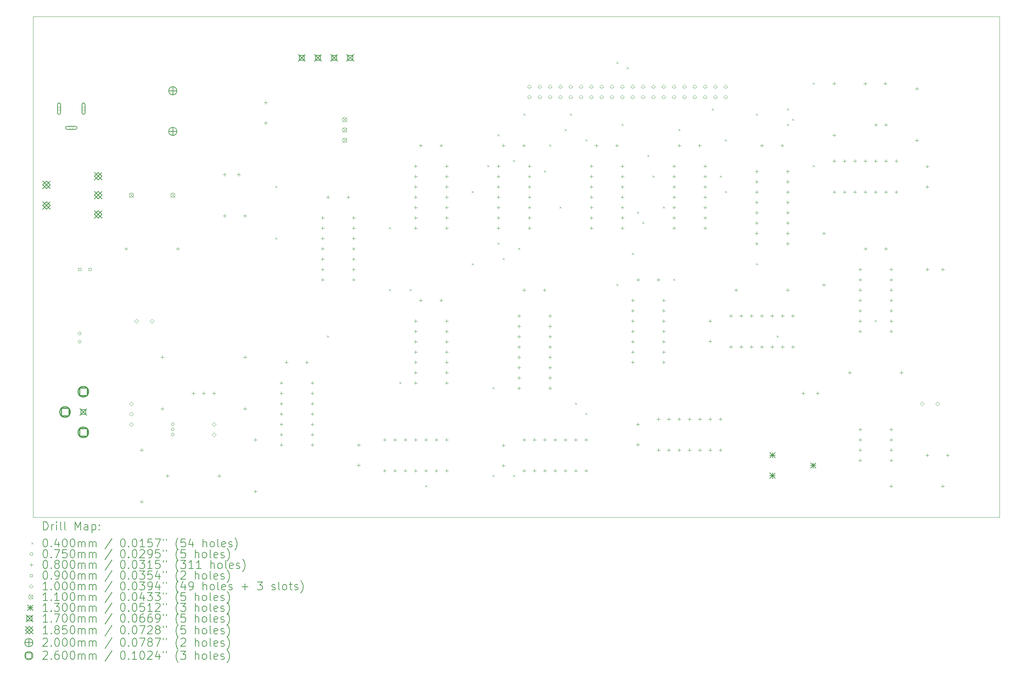
<source format=gbr>
%FSLAX45Y45*%
G04 Gerber Fmt 4.5, Leading zero omitted, Abs format (unit mm)*
G04 Created by KiCad (PCBNEW (6.0.5)) date 2022-11-22 19:08:03*
%MOMM*%
%LPD*%
G01*
G04 APERTURE LIST*
%TA.AperFunction,Profile*%
%ADD10C,0.100000*%
%TD*%
%ADD11C,0.200000*%
%ADD12C,0.040000*%
%ADD13C,0.075000*%
%ADD14C,0.080000*%
%ADD15C,0.090000*%
%ADD16C,0.100000*%
%ADD17C,0.110000*%
%ADD18C,0.130000*%
%ADD19C,0.170000*%
%ADD20C,0.185000*%
%ADD21C,0.260000*%
G04 APERTURE END LIST*
D10*
X10287000Y-8509000D02*
X34036000Y-8509000D01*
X34036000Y-8509000D02*
X34036000Y-20828000D01*
X34036000Y-20828000D02*
X10287000Y-20828000D01*
X10287000Y-20828000D02*
X10287000Y-8509000D01*
D11*
D12*
X16236000Y-12680000D02*
X16276000Y-12720000D01*
X16276000Y-12680000D02*
X16236000Y-12720000D01*
X16236000Y-13950000D02*
X16276000Y-13990000D01*
X16276000Y-13950000D02*
X16236000Y-13990000D01*
X17506000Y-16363000D02*
X17546000Y-16403000D01*
X17546000Y-16363000D02*
X17506000Y-16403000D01*
X19030000Y-13696000D02*
X19070000Y-13736000D01*
X19070000Y-13696000D02*
X19030000Y-13736000D01*
X19030000Y-15220000D02*
X19070000Y-15260000D01*
X19070000Y-15220000D02*
X19030000Y-15260000D01*
X19284000Y-17506000D02*
X19324000Y-17546000D01*
X19324000Y-17506000D02*
X19284000Y-17546000D01*
X19538000Y-15220000D02*
X19578000Y-15260000D01*
X19578000Y-15220000D02*
X19538000Y-15260000D01*
X19919000Y-20046000D02*
X19959000Y-20086000D01*
X19959000Y-20046000D02*
X19919000Y-20086000D01*
X21062000Y-12807000D02*
X21102000Y-12847000D01*
X21102000Y-12807000D02*
X21062000Y-12847000D01*
X21062000Y-14585000D02*
X21102000Y-14625000D01*
X21102000Y-14585000D02*
X21062000Y-14625000D01*
X21443000Y-12172000D02*
X21483000Y-12212000D01*
X21483000Y-12172000D02*
X21443000Y-12212000D01*
X21570000Y-17633000D02*
X21610000Y-17673000D01*
X21610000Y-17633000D02*
X21570000Y-17673000D01*
X21570000Y-19792000D02*
X21610000Y-19832000D01*
X21610000Y-19792000D02*
X21570000Y-19832000D01*
X21697000Y-11410000D02*
X21737000Y-11450000D01*
X21737000Y-11410000D02*
X21697000Y-11450000D01*
X21697000Y-14077000D02*
X21737000Y-14117000D01*
X21737000Y-14077000D02*
X21697000Y-14117000D01*
X21824000Y-14458000D02*
X21864000Y-14498000D01*
X21864000Y-14458000D02*
X21824000Y-14498000D01*
X22078000Y-12045000D02*
X22118000Y-12085000D01*
X22118000Y-12045000D02*
X22078000Y-12085000D01*
X22078000Y-19792000D02*
X22118000Y-19832000D01*
X22118000Y-19792000D02*
X22078000Y-19832000D01*
X22205000Y-14204000D02*
X22245000Y-14244000D01*
X22245000Y-14204000D02*
X22205000Y-14244000D01*
X22332000Y-10902000D02*
X22372000Y-10942000D01*
X22372000Y-10902000D02*
X22332000Y-10942000D01*
X22840000Y-12299000D02*
X22880000Y-12339000D01*
X22880000Y-12299000D02*
X22840000Y-12339000D01*
X22967000Y-11664000D02*
X23007000Y-11704000D01*
X23007000Y-11664000D02*
X22967000Y-11704000D01*
X23221000Y-13188000D02*
X23261000Y-13228000D01*
X23261000Y-13188000D02*
X23221000Y-13228000D01*
X23348000Y-11283000D02*
X23388000Y-11323000D01*
X23388000Y-11283000D02*
X23348000Y-11323000D01*
X23475000Y-10902000D02*
X23515000Y-10942000D01*
X23515000Y-10902000D02*
X23475000Y-10942000D01*
X23602000Y-18014000D02*
X23642000Y-18054000D01*
X23642000Y-18014000D02*
X23602000Y-18054000D01*
X23856000Y-11537000D02*
X23896000Y-11577000D01*
X23896000Y-11537000D02*
X23856000Y-11577000D01*
X23856000Y-18268000D02*
X23896000Y-18308000D01*
X23896000Y-18268000D02*
X23856000Y-18308000D01*
X23856000Y-18268000D02*
X23896000Y-18308000D01*
X23896000Y-18268000D02*
X23856000Y-18308000D01*
X24618000Y-9632000D02*
X24658000Y-9672000D01*
X24658000Y-9632000D02*
X24618000Y-9672000D01*
X24618000Y-15093000D02*
X24658000Y-15133000D01*
X24658000Y-15093000D02*
X24618000Y-15133000D01*
X24745000Y-11156000D02*
X24785000Y-11196000D01*
X24785000Y-11156000D02*
X24745000Y-11196000D01*
X24872000Y-9759000D02*
X24912000Y-9799000D01*
X24912000Y-9759000D02*
X24872000Y-9799000D01*
X24999000Y-14331000D02*
X25039000Y-14371000D01*
X25039000Y-14331000D02*
X24999000Y-14371000D01*
X25126000Y-13315000D02*
X25166000Y-13355000D01*
X25166000Y-13315000D02*
X25126000Y-13355000D01*
X25253000Y-13569000D02*
X25293000Y-13609000D01*
X25293000Y-13569000D02*
X25253000Y-13609000D01*
X25380000Y-11918000D02*
X25420000Y-11958000D01*
X25420000Y-11918000D02*
X25380000Y-11958000D01*
X25507000Y-12426000D02*
X25547000Y-12466000D01*
X25547000Y-12426000D02*
X25507000Y-12466000D01*
X25761000Y-13188000D02*
X25801000Y-13228000D01*
X25801000Y-13188000D02*
X25761000Y-13228000D01*
X26015000Y-14966000D02*
X26055000Y-15006000D01*
X26055000Y-14966000D02*
X26015000Y-15006000D01*
X26142000Y-11283000D02*
X26182000Y-11323000D01*
X26182000Y-11283000D02*
X26142000Y-11323000D01*
X26966901Y-10775000D02*
X27006901Y-10815000D01*
X27006901Y-10775000D02*
X26966901Y-10815000D01*
X27158000Y-12426000D02*
X27198000Y-12466000D01*
X27198000Y-12426000D02*
X27158000Y-12466000D01*
X27285000Y-11537000D02*
X27325000Y-11577000D01*
X27325000Y-11537000D02*
X27285000Y-11577000D01*
X27285000Y-12807000D02*
X27325000Y-12847000D01*
X27325000Y-12807000D02*
X27285000Y-12847000D01*
X28047000Y-10902000D02*
X28087000Y-10942000D01*
X28087000Y-10902000D02*
X28047000Y-10942000D01*
X28047000Y-14585000D02*
X28087000Y-14625000D01*
X28087000Y-14585000D02*
X28047000Y-14625000D01*
X28555000Y-16363000D02*
X28595000Y-16403000D01*
X28595000Y-16363000D02*
X28555000Y-16403000D01*
X28809000Y-10775000D02*
X28849000Y-10815000D01*
X28849000Y-10775000D02*
X28809000Y-10815000D01*
X28809000Y-11156000D02*
X28849000Y-11196000D01*
X28849000Y-11156000D02*
X28809000Y-11196000D01*
X28936000Y-11029000D02*
X28976000Y-11069000D01*
X28976000Y-11029000D02*
X28936000Y-11069000D01*
X29444000Y-10140000D02*
X29484000Y-10180000D01*
X29484000Y-10140000D02*
X29444000Y-10180000D01*
X29444000Y-12172000D02*
X29484000Y-12212000D01*
X29484000Y-12172000D02*
X29444000Y-12212000D01*
X30968000Y-15982000D02*
X31008000Y-16022000D01*
X31008000Y-15982000D02*
X30968000Y-16022000D01*
D13*
X11467500Y-16310000D02*
G75*
G03*
X11467500Y-16310000I-37500J0D01*
G01*
X11467500Y-16510000D02*
G75*
G03*
X11467500Y-16510000I-37500J0D01*
G01*
X13753500Y-18542000D02*
G75*
G03*
X13753500Y-18542000I-37500J0D01*
G01*
X13753500Y-18669000D02*
G75*
G03*
X13753500Y-18669000I-37500J0D01*
G01*
X13753500Y-18796000D02*
G75*
G03*
X13753500Y-18796000I-37500J0D01*
G01*
D14*
X12573000Y-14184000D02*
X12573000Y-14264000D01*
X12533000Y-14224000D02*
X12613000Y-14224000D01*
X12954000Y-19137000D02*
X12954000Y-19217000D01*
X12914000Y-19177000D02*
X12994000Y-19177000D01*
X12954000Y-20407000D02*
X12954000Y-20487000D01*
X12914000Y-20447000D02*
X12994000Y-20447000D01*
X13462000Y-16851000D02*
X13462000Y-16931000D01*
X13422000Y-16891000D02*
X13502000Y-16891000D01*
X13462000Y-18121000D02*
X13462000Y-18201000D01*
X13422000Y-18161000D02*
X13502000Y-18161000D01*
X13589000Y-19772000D02*
X13589000Y-19852000D01*
X13549000Y-19812000D02*
X13629000Y-19812000D01*
X13843000Y-14184000D02*
X13843000Y-14264000D01*
X13803000Y-14224000D02*
X13883000Y-14224000D01*
X14224000Y-17740000D02*
X14224000Y-17820000D01*
X14184000Y-17780000D02*
X14264000Y-17780000D01*
X14478000Y-17740000D02*
X14478000Y-17820000D01*
X14438000Y-17780000D02*
X14518000Y-17780000D01*
X14732000Y-17740000D02*
X14732000Y-17820000D01*
X14692000Y-17780000D02*
X14772000Y-17780000D01*
X14859000Y-19772000D02*
X14859000Y-19852000D01*
X14819000Y-19812000D02*
X14899000Y-19812000D01*
X14989000Y-12360000D02*
X14989000Y-12440000D01*
X14949000Y-12400000D02*
X15029000Y-12400000D01*
X14989000Y-13376000D02*
X14989000Y-13456000D01*
X14949000Y-13416000D02*
X15029000Y-13416000D01*
X15339000Y-12360000D02*
X15339000Y-12440000D01*
X15299000Y-12400000D02*
X15379000Y-12400000D01*
X15489000Y-13376000D02*
X15489000Y-13456000D01*
X15449000Y-13416000D02*
X15529000Y-13416000D01*
X15494000Y-16851000D02*
X15494000Y-16931000D01*
X15454000Y-16891000D02*
X15534000Y-16891000D01*
X15494000Y-18121000D02*
X15494000Y-18201000D01*
X15454000Y-18161000D02*
X15534000Y-18161000D01*
X15748000Y-18883000D02*
X15748000Y-18963000D01*
X15708000Y-18923000D02*
X15788000Y-18923000D01*
X15748000Y-20153000D02*
X15748000Y-20233000D01*
X15708000Y-20193000D02*
X15788000Y-20193000D01*
X16002000Y-10590000D02*
X16002000Y-10670000D01*
X15962000Y-10630000D02*
X16042000Y-10630000D01*
X16002000Y-11090000D02*
X16002000Y-11170000D01*
X15962000Y-11130000D02*
X16042000Y-11130000D01*
X16384000Y-17485500D02*
X16384000Y-17565500D01*
X16344000Y-17525500D02*
X16424000Y-17525500D01*
X16384000Y-17739500D02*
X16384000Y-17819500D01*
X16344000Y-17779500D02*
X16424000Y-17779500D01*
X16384000Y-17993500D02*
X16384000Y-18073500D01*
X16344000Y-18033500D02*
X16424000Y-18033500D01*
X16384000Y-18247500D02*
X16384000Y-18327500D01*
X16344000Y-18287500D02*
X16424000Y-18287500D01*
X16384000Y-18501500D02*
X16384000Y-18581500D01*
X16344000Y-18541500D02*
X16424000Y-18541500D01*
X16384000Y-18755500D02*
X16384000Y-18835500D01*
X16344000Y-18795500D02*
X16424000Y-18795500D01*
X16384000Y-19009500D02*
X16384000Y-19089500D01*
X16344000Y-19049500D02*
X16424000Y-19049500D01*
X16510000Y-16978000D02*
X16510000Y-17058000D01*
X16470000Y-17018000D02*
X16550000Y-17018000D01*
X17010000Y-16978000D02*
X17010000Y-17058000D01*
X16970000Y-17018000D02*
X17050000Y-17018000D01*
X17146000Y-17485500D02*
X17146000Y-17565500D01*
X17106000Y-17525500D02*
X17186000Y-17525500D01*
X17146000Y-17739500D02*
X17146000Y-17819500D01*
X17106000Y-17779500D02*
X17186000Y-17779500D01*
X17146000Y-17993500D02*
X17146000Y-18073500D01*
X17106000Y-18033500D02*
X17186000Y-18033500D01*
X17146000Y-18247500D02*
X17146000Y-18327500D01*
X17106000Y-18287500D02*
X17186000Y-18287500D01*
X17146000Y-18501500D02*
X17146000Y-18581500D01*
X17106000Y-18541500D02*
X17186000Y-18541500D01*
X17146000Y-18755500D02*
X17146000Y-18835500D01*
X17106000Y-18795500D02*
X17186000Y-18795500D01*
X17146000Y-19009500D02*
X17146000Y-19089500D01*
X17106000Y-19049500D02*
X17186000Y-19049500D01*
X17400000Y-13421500D02*
X17400000Y-13501500D01*
X17360000Y-13461500D02*
X17440000Y-13461500D01*
X17400000Y-13675500D02*
X17400000Y-13755500D01*
X17360000Y-13715500D02*
X17440000Y-13715500D01*
X17400000Y-13929500D02*
X17400000Y-14009500D01*
X17360000Y-13969500D02*
X17440000Y-13969500D01*
X17400000Y-14183500D02*
X17400000Y-14263500D01*
X17360000Y-14223500D02*
X17440000Y-14223500D01*
X17400000Y-14437500D02*
X17400000Y-14517500D01*
X17360000Y-14477500D02*
X17440000Y-14477500D01*
X17400000Y-14691500D02*
X17400000Y-14771500D01*
X17360000Y-14731500D02*
X17440000Y-14731500D01*
X17400000Y-14945500D02*
X17400000Y-15025500D01*
X17360000Y-14985500D02*
X17440000Y-14985500D01*
X17530000Y-12914000D02*
X17530000Y-12994000D01*
X17490000Y-12954000D02*
X17570000Y-12954000D01*
X18030000Y-12914000D02*
X18030000Y-12994000D01*
X17990000Y-12954000D02*
X18070000Y-12954000D01*
X18162000Y-13421500D02*
X18162000Y-13501500D01*
X18122000Y-13461500D02*
X18202000Y-13461500D01*
X18162000Y-13675500D02*
X18162000Y-13755500D01*
X18122000Y-13715500D02*
X18202000Y-13715500D01*
X18162000Y-13929500D02*
X18162000Y-14009500D01*
X18122000Y-13969500D02*
X18202000Y-13969500D01*
X18162000Y-14183500D02*
X18162000Y-14263500D01*
X18122000Y-14223500D02*
X18202000Y-14223500D01*
X18162000Y-14437500D02*
X18162000Y-14517500D01*
X18122000Y-14477500D02*
X18202000Y-14477500D01*
X18162000Y-14691500D02*
X18162000Y-14771500D01*
X18122000Y-14731500D02*
X18202000Y-14731500D01*
X18162000Y-14945500D02*
X18162000Y-15025500D01*
X18122000Y-14985500D02*
X18202000Y-14985500D01*
X18288000Y-19010000D02*
X18288000Y-19090000D01*
X18248000Y-19050000D02*
X18328000Y-19050000D01*
X18288000Y-19510000D02*
X18288000Y-19590000D01*
X18248000Y-19550000D02*
X18328000Y-19550000D01*
X18924000Y-18882000D02*
X18924000Y-18962000D01*
X18884000Y-18922000D02*
X18964000Y-18922000D01*
X18924000Y-19644000D02*
X18924000Y-19724000D01*
X18884000Y-19684000D02*
X18964000Y-19684000D01*
X19178000Y-18882000D02*
X19178000Y-18962000D01*
X19138000Y-18922000D02*
X19218000Y-18922000D01*
X19178000Y-19644000D02*
X19178000Y-19724000D01*
X19138000Y-19684000D02*
X19218000Y-19684000D01*
X19432000Y-18882000D02*
X19432000Y-18962000D01*
X19392000Y-18922000D02*
X19472000Y-18922000D01*
X19432000Y-19644000D02*
X19432000Y-19724000D01*
X19392000Y-19684000D02*
X19472000Y-19684000D01*
X19686000Y-12151500D02*
X19686000Y-12231500D01*
X19646000Y-12191500D02*
X19726000Y-12191500D01*
X19686000Y-12405500D02*
X19686000Y-12485500D01*
X19646000Y-12445500D02*
X19726000Y-12445500D01*
X19686000Y-12659500D02*
X19686000Y-12739500D01*
X19646000Y-12699500D02*
X19726000Y-12699500D01*
X19686000Y-12913500D02*
X19686000Y-12993500D01*
X19646000Y-12953500D02*
X19726000Y-12953500D01*
X19686000Y-13167500D02*
X19686000Y-13247500D01*
X19646000Y-13207500D02*
X19726000Y-13207500D01*
X19686000Y-13421500D02*
X19686000Y-13501500D01*
X19646000Y-13461500D02*
X19726000Y-13461500D01*
X19686000Y-13675500D02*
X19686000Y-13755500D01*
X19646000Y-13715500D02*
X19726000Y-13715500D01*
X19686000Y-15961500D02*
X19686000Y-16041500D01*
X19646000Y-16001500D02*
X19726000Y-16001500D01*
X19686000Y-16215500D02*
X19686000Y-16295500D01*
X19646000Y-16255500D02*
X19726000Y-16255500D01*
X19686000Y-16469500D02*
X19686000Y-16549500D01*
X19646000Y-16509500D02*
X19726000Y-16509500D01*
X19686000Y-16723500D02*
X19686000Y-16803500D01*
X19646000Y-16763500D02*
X19726000Y-16763500D01*
X19686000Y-16977500D02*
X19686000Y-17057500D01*
X19646000Y-17017500D02*
X19726000Y-17017500D01*
X19686000Y-17231500D02*
X19686000Y-17311500D01*
X19646000Y-17271500D02*
X19726000Y-17271500D01*
X19686000Y-17485500D02*
X19686000Y-17565500D01*
X19646000Y-17525500D02*
X19726000Y-17525500D01*
X19686000Y-18882000D02*
X19686000Y-18962000D01*
X19646000Y-18922000D02*
X19726000Y-18922000D01*
X19686000Y-19644000D02*
X19686000Y-19724000D01*
X19646000Y-19684000D02*
X19726000Y-19684000D01*
X19812000Y-11644000D02*
X19812000Y-11724000D01*
X19772000Y-11684000D02*
X19852000Y-11684000D01*
X19812000Y-15454000D02*
X19812000Y-15534000D01*
X19772000Y-15494000D02*
X19852000Y-15494000D01*
X19940000Y-18882000D02*
X19940000Y-18962000D01*
X19900000Y-18922000D02*
X19980000Y-18922000D01*
X19940000Y-19644000D02*
X19940000Y-19724000D01*
X19900000Y-19684000D02*
X19980000Y-19684000D01*
X20194000Y-18882000D02*
X20194000Y-18962000D01*
X20154000Y-18922000D02*
X20234000Y-18922000D01*
X20194000Y-19644000D02*
X20194000Y-19724000D01*
X20154000Y-19684000D02*
X20234000Y-19684000D01*
X20312000Y-11644000D02*
X20312000Y-11724000D01*
X20272000Y-11684000D02*
X20352000Y-11684000D01*
X20312000Y-15454000D02*
X20312000Y-15534000D01*
X20272000Y-15494000D02*
X20352000Y-15494000D01*
X20448000Y-12151500D02*
X20448000Y-12231500D01*
X20408000Y-12191500D02*
X20488000Y-12191500D01*
X20448000Y-12405500D02*
X20448000Y-12485500D01*
X20408000Y-12445500D02*
X20488000Y-12445500D01*
X20448000Y-12659500D02*
X20448000Y-12739500D01*
X20408000Y-12699500D02*
X20488000Y-12699500D01*
X20448000Y-12913500D02*
X20448000Y-12993500D01*
X20408000Y-12953500D02*
X20488000Y-12953500D01*
X20448000Y-13167500D02*
X20448000Y-13247500D01*
X20408000Y-13207500D02*
X20488000Y-13207500D01*
X20448000Y-13421500D02*
X20448000Y-13501500D01*
X20408000Y-13461500D02*
X20488000Y-13461500D01*
X20448000Y-13675500D02*
X20448000Y-13755500D01*
X20408000Y-13715500D02*
X20488000Y-13715500D01*
X20448000Y-15961500D02*
X20448000Y-16041500D01*
X20408000Y-16001500D02*
X20488000Y-16001500D01*
X20448000Y-16215500D02*
X20448000Y-16295500D01*
X20408000Y-16255500D02*
X20488000Y-16255500D01*
X20448000Y-16469500D02*
X20448000Y-16549500D01*
X20408000Y-16509500D02*
X20488000Y-16509500D01*
X20448000Y-16723500D02*
X20448000Y-16803500D01*
X20408000Y-16763500D02*
X20488000Y-16763500D01*
X20448000Y-16977500D02*
X20448000Y-17057500D01*
X20408000Y-17017500D02*
X20488000Y-17017500D01*
X20448000Y-17231500D02*
X20448000Y-17311500D01*
X20408000Y-17271500D02*
X20488000Y-17271500D01*
X20448000Y-17485500D02*
X20448000Y-17565500D01*
X20408000Y-17525500D02*
X20488000Y-17525500D01*
X20448000Y-18882000D02*
X20448000Y-18962000D01*
X20408000Y-18922000D02*
X20488000Y-18922000D01*
X20448000Y-19644000D02*
X20448000Y-19724000D01*
X20408000Y-19684000D02*
X20488000Y-19684000D01*
X21718000Y-12151500D02*
X21718000Y-12231500D01*
X21678000Y-12191500D02*
X21758000Y-12191500D01*
X21718000Y-12405500D02*
X21718000Y-12485500D01*
X21678000Y-12445500D02*
X21758000Y-12445500D01*
X21718000Y-12659500D02*
X21718000Y-12739500D01*
X21678000Y-12699500D02*
X21758000Y-12699500D01*
X21718000Y-12913500D02*
X21718000Y-12993500D01*
X21678000Y-12953500D02*
X21758000Y-12953500D01*
X21718000Y-13167500D02*
X21718000Y-13247500D01*
X21678000Y-13207500D02*
X21758000Y-13207500D01*
X21718000Y-13421500D02*
X21718000Y-13501500D01*
X21678000Y-13461500D02*
X21758000Y-13461500D01*
X21718000Y-13675500D02*
X21718000Y-13755500D01*
X21678000Y-13715500D02*
X21758000Y-13715500D01*
X21844000Y-11644000D02*
X21844000Y-11724000D01*
X21804000Y-11684000D02*
X21884000Y-11684000D01*
X21844000Y-19018000D02*
X21844000Y-19098000D01*
X21804000Y-19058000D02*
X21884000Y-19058000D01*
X21844000Y-19518000D02*
X21844000Y-19598000D01*
X21804000Y-19558000D02*
X21884000Y-19558000D01*
X22226000Y-15836500D02*
X22226000Y-15916500D01*
X22186000Y-15876500D02*
X22266000Y-15876500D01*
X22226000Y-16090500D02*
X22226000Y-16170500D01*
X22186000Y-16130500D02*
X22266000Y-16130500D01*
X22226000Y-16344500D02*
X22226000Y-16424500D01*
X22186000Y-16384500D02*
X22266000Y-16384500D01*
X22226000Y-16598500D02*
X22226000Y-16678500D01*
X22186000Y-16638500D02*
X22266000Y-16638500D01*
X22226000Y-16852500D02*
X22226000Y-16932500D01*
X22186000Y-16892500D02*
X22266000Y-16892500D01*
X22226000Y-17106500D02*
X22226000Y-17186500D01*
X22186000Y-17146500D02*
X22266000Y-17146500D01*
X22226000Y-17360500D02*
X22226000Y-17440500D01*
X22186000Y-17400500D02*
X22266000Y-17400500D01*
X22226000Y-17614500D02*
X22226000Y-17694500D01*
X22186000Y-17654500D02*
X22266000Y-17654500D01*
X22344000Y-11644000D02*
X22344000Y-11724000D01*
X22304000Y-11684000D02*
X22384000Y-11684000D01*
X22351500Y-18882000D02*
X22351500Y-18962000D01*
X22311500Y-18922000D02*
X22391500Y-18922000D01*
X22351500Y-19644000D02*
X22351500Y-19724000D01*
X22311500Y-19684000D02*
X22391500Y-19684000D01*
X22352000Y-15200000D02*
X22352000Y-15280000D01*
X22312000Y-15240000D02*
X22392000Y-15240000D01*
X22480000Y-12151500D02*
X22480000Y-12231500D01*
X22440000Y-12191500D02*
X22520000Y-12191500D01*
X22480000Y-12405500D02*
X22480000Y-12485500D01*
X22440000Y-12445500D02*
X22520000Y-12445500D01*
X22480000Y-12659500D02*
X22480000Y-12739500D01*
X22440000Y-12699500D02*
X22520000Y-12699500D01*
X22480000Y-12913500D02*
X22480000Y-12993500D01*
X22440000Y-12953500D02*
X22520000Y-12953500D01*
X22480000Y-13167500D02*
X22480000Y-13247500D01*
X22440000Y-13207500D02*
X22520000Y-13207500D01*
X22480000Y-13421500D02*
X22480000Y-13501500D01*
X22440000Y-13461500D02*
X22520000Y-13461500D01*
X22480000Y-13675500D02*
X22480000Y-13755500D01*
X22440000Y-13715500D02*
X22520000Y-13715500D01*
X22605500Y-18882000D02*
X22605500Y-18962000D01*
X22565500Y-18922000D02*
X22645500Y-18922000D01*
X22605500Y-19644000D02*
X22605500Y-19724000D01*
X22565500Y-19684000D02*
X22645500Y-19684000D01*
X22852000Y-15200000D02*
X22852000Y-15280000D01*
X22812000Y-15240000D02*
X22892000Y-15240000D01*
X22859500Y-18882000D02*
X22859500Y-18962000D01*
X22819500Y-18922000D02*
X22899500Y-18922000D01*
X22859500Y-19644000D02*
X22859500Y-19724000D01*
X22819500Y-19684000D02*
X22899500Y-19684000D01*
X22988000Y-15836500D02*
X22988000Y-15916500D01*
X22948000Y-15876500D02*
X23028000Y-15876500D01*
X22988000Y-16090500D02*
X22988000Y-16170500D01*
X22948000Y-16130500D02*
X23028000Y-16130500D01*
X22988000Y-16344500D02*
X22988000Y-16424500D01*
X22948000Y-16384500D02*
X23028000Y-16384500D01*
X22988000Y-16598500D02*
X22988000Y-16678500D01*
X22948000Y-16638500D02*
X23028000Y-16638500D01*
X22988000Y-16852500D02*
X22988000Y-16932500D01*
X22948000Y-16892500D02*
X23028000Y-16892500D01*
X22988000Y-17106500D02*
X22988000Y-17186500D01*
X22948000Y-17146500D02*
X23028000Y-17146500D01*
X22988000Y-17360500D02*
X22988000Y-17440500D01*
X22948000Y-17400500D02*
X23028000Y-17400500D01*
X22988000Y-17614500D02*
X22988000Y-17694500D01*
X22948000Y-17654500D02*
X23028000Y-17654500D01*
X23113500Y-18882000D02*
X23113500Y-18962000D01*
X23073500Y-18922000D02*
X23153500Y-18922000D01*
X23113500Y-19644000D02*
X23113500Y-19724000D01*
X23073500Y-19684000D02*
X23153500Y-19684000D01*
X23367500Y-18882000D02*
X23367500Y-18962000D01*
X23327500Y-18922000D02*
X23407500Y-18922000D01*
X23367500Y-19644000D02*
X23367500Y-19724000D01*
X23327500Y-19684000D02*
X23407500Y-19684000D01*
X23621500Y-18882000D02*
X23621500Y-18962000D01*
X23581500Y-18922000D02*
X23661500Y-18922000D01*
X23621500Y-19644000D02*
X23621500Y-19724000D01*
X23581500Y-19684000D02*
X23661500Y-19684000D01*
X23875500Y-18882000D02*
X23875500Y-18962000D01*
X23835500Y-18922000D02*
X23915500Y-18922000D01*
X23875500Y-19644000D02*
X23875500Y-19724000D01*
X23835500Y-19684000D02*
X23915500Y-19684000D01*
X24004000Y-12152000D02*
X24004000Y-12232000D01*
X23964000Y-12192000D02*
X24044000Y-12192000D01*
X24004000Y-12406000D02*
X24004000Y-12486000D01*
X23964000Y-12446000D02*
X24044000Y-12446000D01*
X24004000Y-12660000D02*
X24004000Y-12740000D01*
X23964000Y-12700000D02*
X24044000Y-12700000D01*
X24004000Y-12914000D02*
X24004000Y-12994000D01*
X23964000Y-12954000D02*
X24044000Y-12954000D01*
X24004000Y-13168000D02*
X24004000Y-13248000D01*
X23964000Y-13208000D02*
X24044000Y-13208000D01*
X24004000Y-13422000D02*
X24004000Y-13502000D01*
X23964000Y-13462000D02*
X24044000Y-13462000D01*
X24004000Y-13676000D02*
X24004000Y-13756000D01*
X23964000Y-13716000D02*
X24044000Y-13716000D01*
X24130000Y-11644000D02*
X24130000Y-11724000D01*
X24090000Y-11684000D02*
X24170000Y-11684000D01*
X24630000Y-11644000D02*
X24630000Y-11724000D01*
X24590000Y-11684000D02*
X24670000Y-11684000D01*
X24766000Y-12152000D02*
X24766000Y-12232000D01*
X24726000Y-12192000D02*
X24806000Y-12192000D01*
X24766000Y-12406000D02*
X24766000Y-12486000D01*
X24726000Y-12446000D02*
X24806000Y-12446000D01*
X24766000Y-12660000D02*
X24766000Y-12740000D01*
X24726000Y-12700000D02*
X24806000Y-12700000D01*
X24766000Y-12914000D02*
X24766000Y-12994000D01*
X24726000Y-12954000D02*
X24806000Y-12954000D01*
X24766000Y-13168000D02*
X24766000Y-13248000D01*
X24726000Y-13208000D02*
X24806000Y-13208000D01*
X24766000Y-13422000D02*
X24766000Y-13502000D01*
X24726000Y-13462000D02*
X24806000Y-13462000D01*
X24766000Y-13676000D02*
X24766000Y-13756000D01*
X24726000Y-13716000D02*
X24806000Y-13716000D01*
X25020000Y-15453500D02*
X25020000Y-15533500D01*
X24980000Y-15493500D02*
X25060000Y-15493500D01*
X25020000Y-15707500D02*
X25020000Y-15787500D01*
X24980000Y-15747500D02*
X25060000Y-15747500D01*
X25020000Y-15961500D02*
X25020000Y-16041500D01*
X24980000Y-16001500D02*
X25060000Y-16001500D01*
X25020000Y-16215500D02*
X25020000Y-16295500D01*
X24980000Y-16255500D02*
X25060000Y-16255500D01*
X25020000Y-16469500D02*
X25020000Y-16549500D01*
X24980000Y-16509500D02*
X25060000Y-16509500D01*
X25020000Y-16723500D02*
X25020000Y-16803500D01*
X24980000Y-16763500D02*
X25060000Y-16763500D01*
X25020000Y-16977500D02*
X25020000Y-17057500D01*
X24980000Y-17017500D02*
X25060000Y-17017500D01*
X25146000Y-18506000D02*
X25146000Y-18586000D01*
X25106000Y-18546000D02*
X25186000Y-18546000D01*
X25146000Y-19006000D02*
X25146000Y-19086000D01*
X25106000Y-19046000D02*
X25186000Y-19046000D01*
X25154000Y-14946000D02*
X25154000Y-15026000D01*
X25114000Y-14986000D02*
X25194000Y-14986000D01*
X25653500Y-18374000D02*
X25653500Y-18454000D01*
X25613500Y-18414000D02*
X25693500Y-18414000D01*
X25653500Y-19136000D02*
X25653500Y-19216000D01*
X25613500Y-19176000D02*
X25693500Y-19176000D01*
X25654000Y-14946000D02*
X25654000Y-15026000D01*
X25614000Y-14986000D02*
X25694000Y-14986000D01*
X25782000Y-15453500D02*
X25782000Y-15533500D01*
X25742000Y-15493500D02*
X25822000Y-15493500D01*
X25782000Y-15707500D02*
X25782000Y-15787500D01*
X25742000Y-15747500D02*
X25822000Y-15747500D01*
X25782000Y-15961500D02*
X25782000Y-16041500D01*
X25742000Y-16001500D02*
X25822000Y-16001500D01*
X25782000Y-16215500D02*
X25782000Y-16295500D01*
X25742000Y-16255500D02*
X25822000Y-16255500D01*
X25782000Y-16469500D02*
X25782000Y-16549500D01*
X25742000Y-16509500D02*
X25822000Y-16509500D01*
X25782000Y-16723500D02*
X25782000Y-16803500D01*
X25742000Y-16763500D02*
X25822000Y-16763500D01*
X25782000Y-16977500D02*
X25782000Y-17057500D01*
X25742000Y-17017500D02*
X25822000Y-17017500D01*
X25907500Y-18374000D02*
X25907500Y-18454000D01*
X25867500Y-18414000D02*
X25947500Y-18414000D01*
X25907500Y-19136000D02*
X25907500Y-19216000D01*
X25867500Y-19176000D02*
X25947500Y-19176000D01*
X26036000Y-12151500D02*
X26036000Y-12231500D01*
X25996000Y-12191500D02*
X26076000Y-12191500D01*
X26036000Y-12405500D02*
X26036000Y-12485500D01*
X25996000Y-12445500D02*
X26076000Y-12445500D01*
X26036000Y-12659500D02*
X26036000Y-12739500D01*
X25996000Y-12699500D02*
X26076000Y-12699500D01*
X26036000Y-12913500D02*
X26036000Y-12993500D01*
X25996000Y-12953500D02*
X26076000Y-12953500D01*
X26036000Y-13167500D02*
X26036000Y-13247500D01*
X25996000Y-13207500D02*
X26076000Y-13207500D01*
X26036000Y-13421500D02*
X26036000Y-13501500D01*
X25996000Y-13461500D02*
X26076000Y-13461500D01*
X26036000Y-13675500D02*
X26036000Y-13755500D01*
X25996000Y-13715500D02*
X26076000Y-13715500D01*
X26161500Y-18374000D02*
X26161500Y-18454000D01*
X26121500Y-18414000D02*
X26201500Y-18414000D01*
X26161500Y-19136000D02*
X26161500Y-19216000D01*
X26121500Y-19176000D02*
X26201500Y-19176000D01*
X26162000Y-11644000D02*
X26162000Y-11724000D01*
X26122000Y-11684000D02*
X26202000Y-11684000D01*
X26415500Y-18374000D02*
X26415500Y-18454000D01*
X26375500Y-18414000D02*
X26455500Y-18414000D01*
X26415500Y-19136000D02*
X26415500Y-19216000D01*
X26375500Y-19176000D02*
X26455500Y-19176000D01*
X26662000Y-11644000D02*
X26662000Y-11724000D01*
X26622000Y-11684000D02*
X26702000Y-11684000D01*
X26669500Y-18374000D02*
X26669500Y-18454000D01*
X26629500Y-18414000D02*
X26709500Y-18414000D01*
X26669500Y-19136000D02*
X26669500Y-19216000D01*
X26629500Y-19176000D02*
X26709500Y-19176000D01*
X26798000Y-12151500D02*
X26798000Y-12231500D01*
X26758000Y-12191500D02*
X26838000Y-12191500D01*
X26798000Y-12405500D02*
X26798000Y-12485500D01*
X26758000Y-12445500D02*
X26838000Y-12445500D01*
X26798000Y-12659500D02*
X26798000Y-12739500D01*
X26758000Y-12699500D02*
X26838000Y-12699500D01*
X26798000Y-12913500D02*
X26798000Y-12993500D01*
X26758000Y-12953500D02*
X26838000Y-12953500D01*
X26798000Y-13167500D02*
X26798000Y-13247500D01*
X26758000Y-13207500D02*
X26838000Y-13207500D01*
X26798000Y-13421500D02*
X26798000Y-13501500D01*
X26758000Y-13461500D02*
X26838000Y-13461500D01*
X26798000Y-13675500D02*
X26798000Y-13755500D01*
X26758000Y-13715500D02*
X26838000Y-13715500D01*
X26923500Y-18374000D02*
X26923500Y-18454000D01*
X26883500Y-18414000D02*
X26963500Y-18414000D01*
X26923500Y-19136000D02*
X26923500Y-19216000D01*
X26883500Y-19176000D02*
X26963500Y-19176000D01*
X26924000Y-15962000D02*
X26924000Y-16042000D01*
X26884000Y-16002000D02*
X26964000Y-16002000D01*
X26924000Y-16462000D02*
X26924000Y-16542000D01*
X26884000Y-16502000D02*
X26964000Y-16502000D01*
X27177500Y-18374000D02*
X27177500Y-18454000D01*
X27137500Y-18414000D02*
X27217500Y-18414000D01*
X27177500Y-19136000D02*
X27177500Y-19216000D01*
X27137500Y-19176000D02*
X27217500Y-19176000D01*
X27431500Y-15834000D02*
X27431500Y-15914000D01*
X27391500Y-15874000D02*
X27471500Y-15874000D01*
X27431500Y-16596000D02*
X27431500Y-16676000D01*
X27391500Y-16636000D02*
X27471500Y-16636000D01*
X27559000Y-15200000D02*
X27559000Y-15280000D01*
X27519000Y-15240000D02*
X27599000Y-15240000D01*
X27685500Y-15834000D02*
X27685500Y-15914000D01*
X27645500Y-15874000D02*
X27725500Y-15874000D01*
X27685500Y-16596000D02*
X27685500Y-16676000D01*
X27645500Y-16636000D02*
X27725500Y-16636000D01*
X27939500Y-15834000D02*
X27939500Y-15914000D01*
X27899500Y-15874000D02*
X27979500Y-15874000D01*
X27939500Y-16596000D02*
X27939500Y-16676000D01*
X27899500Y-16636000D02*
X27979500Y-16636000D01*
X28068000Y-12280500D02*
X28068000Y-12360500D01*
X28028000Y-12320500D02*
X28108000Y-12320500D01*
X28068000Y-12534500D02*
X28068000Y-12614500D01*
X28028000Y-12574500D02*
X28108000Y-12574500D01*
X28068000Y-12788500D02*
X28068000Y-12868500D01*
X28028000Y-12828500D02*
X28108000Y-12828500D01*
X28068000Y-13042500D02*
X28068000Y-13122500D01*
X28028000Y-13082500D02*
X28108000Y-13082500D01*
X28068000Y-13296500D02*
X28068000Y-13376500D01*
X28028000Y-13336500D02*
X28108000Y-13336500D01*
X28068000Y-13550500D02*
X28068000Y-13630500D01*
X28028000Y-13590500D02*
X28108000Y-13590500D01*
X28068000Y-13804500D02*
X28068000Y-13884500D01*
X28028000Y-13844500D02*
X28108000Y-13844500D01*
X28068000Y-14058500D02*
X28068000Y-14138500D01*
X28028000Y-14098500D02*
X28108000Y-14098500D01*
X28193500Y-15834000D02*
X28193500Y-15914000D01*
X28153500Y-15874000D02*
X28233500Y-15874000D01*
X28193500Y-16596000D02*
X28193500Y-16676000D01*
X28153500Y-16636000D02*
X28233500Y-16636000D01*
X28194000Y-11644000D02*
X28194000Y-11724000D01*
X28154000Y-11684000D02*
X28234000Y-11684000D01*
X28447500Y-15834000D02*
X28447500Y-15914000D01*
X28407500Y-15874000D02*
X28487500Y-15874000D01*
X28447500Y-16596000D02*
X28447500Y-16676000D01*
X28407500Y-16636000D02*
X28487500Y-16636000D01*
X28694000Y-11644000D02*
X28694000Y-11724000D01*
X28654000Y-11684000D02*
X28734000Y-11684000D01*
X28701500Y-15834000D02*
X28701500Y-15914000D01*
X28661500Y-15874000D02*
X28741500Y-15874000D01*
X28701500Y-16596000D02*
X28701500Y-16676000D01*
X28661500Y-16636000D02*
X28741500Y-16636000D01*
X28829000Y-15200000D02*
X28829000Y-15280000D01*
X28789000Y-15240000D02*
X28869000Y-15240000D01*
X28830000Y-12280500D02*
X28830000Y-12360500D01*
X28790000Y-12320500D02*
X28870000Y-12320500D01*
X28830000Y-12534500D02*
X28830000Y-12614500D01*
X28790000Y-12574500D02*
X28870000Y-12574500D01*
X28830000Y-12788500D02*
X28830000Y-12868500D01*
X28790000Y-12828500D02*
X28870000Y-12828500D01*
X28830000Y-13042500D02*
X28830000Y-13122500D01*
X28790000Y-13082500D02*
X28870000Y-13082500D01*
X28830000Y-13296500D02*
X28830000Y-13376500D01*
X28790000Y-13336500D02*
X28870000Y-13336500D01*
X28830000Y-13550500D02*
X28830000Y-13630500D01*
X28790000Y-13590500D02*
X28870000Y-13590500D01*
X28830000Y-13804500D02*
X28830000Y-13884500D01*
X28790000Y-13844500D02*
X28870000Y-13844500D01*
X28830000Y-14058500D02*
X28830000Y-14138500D01*
X28790000Y-14098500D02*
X28870000Y-14098500D01*
X28955500Y-15834000D02*
X28955500Y-15914000D01*
X28915500Y-15874000D02*
X28995500Y-15874000D01*
X28955500Y-16596000D02*
X28955500Y-16676000D01*
X28915500Y-16636000D02*
X28995500Y-16636000D01*
X29210000Y-17740000D02*
X29210000Y-17820000D01*
X29170000Y-17780000D02*
X29250000Y-17780000D01*
X29560000Y-17740000D02*
X29560000Y-17820000D01*
X29520000Y-17780000D02*
X29600000Y-17780000D01*
X29718000Y-13803000D02*
X29718000Y-13883000D01*
X29678000Y-13843000D02*
X29758000Y-13843000D01*
X29718000Y-15073000D02*
X29718000Y-15153000D01*
X29678000Y-15113000D02*
X29758000Y-15113000D01*
X29972000Y-10120000D02*
X29972000Y-10200000D01*
X29932000Y-10160000D02*
X30012000Y-10160000D01*
X29972000Y-11390000D02*
X29972000Y-11470000D01*
X29932000Y-11430000D02*
X30012000Y-11430000D01*
X29972500Y-12026000D02*
X29972500Y-12106000D01*
X29932500Y-12066000D02*
X30012500Y-12066000D01*
X29972500Y-12788000D02*
X29972500Y-12868000D01*
X29932500Y-12828000D02*
X30012500Y-12828000D01*
X30226500Y-12026000D02*
X30226500Y-12106000D01*
X30186500Y-12066000D02*
X30266500Y-12066000D01*
X30226500Y-12788000D02*
X30226500Y-12868000D01*
X30186500Y-12828000D02*
X30266500Y-12828000D01*
X30353000Y-17232000D02*
X30353000Y-17312000D01*
X30313000Y-17272000D02*
X30393000Y-17272000D01*
X30480500Y-12026000D02*
X30480500Y-12106000D01*
X30440500Y-12066000D02*
X30520500Y-12066000D01*
X30480500Y-12788000D02*
X30480500Y-12868000D01*
X30440500Y-12828000D02*
X30520500Y-12828000D01*
X30608000Y-14691500D02*
X30608000Y-14771500D01*
X30568000Y-14731500D02*
X30648000Y-14731500D01*
X30608000Y-14945500D02*
X30608000Y-15025500D01*
X30568000Y-14985500D02*
X30648000Y-14985500D01*
X30608000Y-15199500D02*
X30608000Y-15279500D01*
X30568000Y-15239500D02*
X30648000Y-15239500D01*
X30608000Y-15453500D02*
X30608000Y-15533500D01*
X30568000Y-15493500D02*
X30648000Y-15493500D01*
X30608000Y-15707500D02*
X30608000Y-15787500D01*
X30568000Y-15747500D02*
X30648000Y-15747500D01*
X30608000Y-15961500D02*
X30608000Y-16041500D01*
X30568000Y-16001500D02*
X30648000Y-16001500D01*
X30608000Y-16215500D02*
X30608000Y-16295500D01*
X30568000Y-16255500D02*
X30648000Y-16255500D01*
X30608000Y-18630000D02*
X30608000Y-18710000D01*
X30568000Y-18670000D02*
X30648000Y-18670000D01*
X30608000Y-18884000D02*
X30608000Y-18964000D01*
X30568000Y-18924000D02*
X30648000Y-18924000D01*
X30608000Y-19138000D02*
X30608000Y-19218000D01*
X30568000Y-19178000D02*
X30648000Y-19178000D01*
X30608000Y-19392000D02*
X30608000Y-19472000D01*
X30568000Y-19432000D02*
X30648000Y-19432000D01*
X30734000Y-10120000D02*
X30734000Y-10200000D01*
X30694000Y-10160000D02*
X30774000Y-10160000D01*
X30734500Y-12026000D02*
X30734500Y-12106000D01*
X30694500Y-12066000D02*
X30774500Y-12066000D01*
X30734500Y-12788000D02*
X30734500Y-12868000D01*
X30694500Y-12828000D02*
X30774500Y-12828000D01*
X30742000Y-14184000D02*
X30742000Y-14264000D01*
X30702000Y-14224000D02*
X30782000Y-14224000D01*
X30988500Y-12026000D02*
X30988500Y-12106000D01*
X30948500Y-12066000D02*
X31028500Y-12066000D01*
X30988500Y-12788000D02*
X30988500Y-12868000D01*
X30948500Y-12828000D02*
X31028500Y-12828000D01*
X30992000Y-11136000D02*
X30992000Y-11216000D01*
X30952000Y-11176000D02*
X31032000Y-11176000D01*
X31224000Y-10120000D02*
X31224000Y-10200000D01*
X31184000Y-10160000D02*
X31264000Y-10160000D01*
X31242000Y-11136000D02*
X31242000Y-11216000D01*
X31202000Y-11176000D02*
X31282000Y-11176000D01*
X31242000Y-14184000D02*
X31242000Y-14264000D01*
X31202000Y-14224000D02*
X31282000Y-14224000D01*
X31242500Y-12026000D02*
X31242500Y-12106000D01*
X31202500Y-12066000D02*
X31282500Y-12066000D01*
X31242500Y-12788000D02*
X31242500Y-12868000D01*
X31202500Y-12828000D02*
X31282500Y-12828000D01*
X31369000Y-20026000D02*
X31369000Y-20106000D01*
X31329000Y-20066000D02*
X31409000Y-20066000D01*
X31370000Y-14691500D02*
X31370000Y-14771500D01*
X31330000Y-14731500D02*
X31410000Y-14731500D01*
X31370000Y-14945500D02*
X31370000Y-15025500D01*
X31330000Y-14985500D02*
X31410000Y-14985500D01*
X31370000Y-15199500D02*
X31370000Y-15279500D01*
X31330000Y-15239500D02*
X31410000Y-15239500D01*
X31370000Y-15453500D02*
X31370000Y-15533500D01*
X31330000Y-15493500D02*
X31410000Y-15493500D01*
X31370000Y-15707500D02*
X31370000Y-15787500D01*
X31330000Y-15747500D02*
X31410000Y-15747500D01*
X31370000Y-15961500D02*
X31370000Y-16041500D01*
X31330000Y-16001500D02*
X31410000Y-16001500D01*
X31370000Y-16215500D02*
X31370000Y-16295500D01*
X31330000Y-16255500D02*
X31410000Y-16255500D01*
X31370000Y-18630000D02*
X31370000Y-18710000D01*
X31330000Y-18670000D02*
X31410000Y-18670000D01*
X31370000Y-18884000D02*
X31370000Y-18964000D01*
X31330000Y-18924000D02*
X31410000Y-18924000D01*
X31370000Y-19138000D02*
X31370000Y-19218000D01*
X31330000Y-19178000D02*
X31410000Y-19178000D01*
X31370000Y-19392000D02*
X31370000Y-19472000D01*
X31330000Y-19432000D02*
X31410000Y-19432000D01*
X31496500Y-12026000D02*
X31496500Y-12106000D01*
X31456500Y-12066000D02*
X31536500Y-12066000D01*
X31496500Y-12788000D02*
X31496500Y-12868000D01*
X31456500Y-12828000D02*
X31536500Y-12828000D01*
X31623000Y-17232000D02*
X31623000Y-17312000D01*
X31583000Y-17272000D02*
X31663000Y-17272000D01*
X32004000Y-10247000D02*
X32004000Y-10327000D01*
X31964000Y-10287000D02*
X32044000Y-10287000D01*
X32004000Y-11517000D02*
X32004000Y-11597000D01*
X31964000Y-11557000D02*
X32044000Y-11557000D01*
X32258000Y-12160000D02*
X32258000Y-12240000D01*
X32218000Y-12200000D02*
X32298000Y-12200000D01*
X32258000Y-12660000D02*
X32258000Y-12740000D01*
X32218000Y-12700000D02*
X32298000Y-12700000D01*
X32258000Y-14692000D02*
X32258000Y-14772000D01*
X32218000Y-14732000D02*
X32298000Y-14732000D01*
X32258000Y-19264000D02*
X32258000Y-19344000D01*
X32218000Y-19304000D02*
X32298000Y-19304000D01*
X32638000Y-14692000D02*
X32638000Y-14772000D01*
X32598000Y-14732000D02*
X32678000Y-14732000D01*
X32639000Y-20026000D02*
X32639000Y-20106000D01*
X32599000Y-20066000D02*
X32679000Y-20066000D01*
X32758000Y-19264000D02*
X32758000Y-19344000D01*
X32718000Y-19304000D02*
X32798000Y-19304000D01*
D15*
X11461820Y-14763820D02*
X11461820Y-14700180D01*
X11398180Y-14700180D01*
X11398180Y-14763820D01*
X11461820Y-14763820D01*
X11715820Y-14763820D02*
X11715820Y-14700180D01*
X11652180Y-14700180D01*
X11652180Y-14763820D01*
X11715820Y-14763820D01*
D16*
X10925000Y-10830250D02*
X10975000Y-10780250D01*
X10925000Y-10730250D01*
X10875000Y-10780250D01*
X10925000Y-10830250D01*
D11*
X10885000Y-10680250D02*
X10885000Y-10880250D01*
X10965000Y-10680250D02*
X10965000Y-10880250D01*
X10885000Y-10880250D02*
G75*
G03*
X10965000Y-10880250I40000J0D01*
G01*
X10965000Y-10680250D02*
G75*
G03*
X10885000Y-10680250I-40000J0D01*
G01*
D16*
X11225000Y-11300250D02*
X11275000Y-11250250D01*
X11225000Y-11200250D01*
X11175000Y-11250250D01*
X11225000Y-11300250D01*
D11*
X11125000Y-11290250D02*
X11325000Y-11290250D01*
X11125000Y-11210250D02*
X11325000Y-11210250D01*
X11325000Y-11290250D02*
G75*
G03*
X11325000Y-11210250I0J40000D01*
G01*
X11125000Y-11210250D02*
G75*
G03*
X11125000Y-11290250I0J-40000D01*
G01*
D16*
X11525000Y-10830250D02*
X11575000Y-10780250D01*
X11525000Y-10730250D01*
X11475000Y-10780250D01*
X11525000Y-10830250D01*
D11*
X11485000Y-10680250D02*
X11485000Y-10880250D01*
X11565000Y-10680250D02*
X11565000Y-10880250D01*
X11485000Y-10880250D02*
G75*
G03*
X11565000Y-10880250I40000J0D01*
G01*
X11565000Y-10680250D02*
G75*
G03*
X11485000Y-10680250I-40000J0D01*
G01*
D16*
X12700000Y-18084000D02*
X12750000Y-18034000D01*
X12700000Y-17984000D01*
X12650000Y-18034000D01*
X12700000Y-18084000D01*
X12700000Y-18338000D02*
X12750000Y-18288000D01*
X12700000Y-18238000D01*
X12650000Y-18288000D01*
X12700000Y-18338000D01*
X12700000Y-18592000D02*
X12750000Y-18542000D01*
X12700000Y-18492000D01*
X12650000Y-18542000D01*
X12700000Y-18592000D01*
X12828000Y-16052000D02*
X12878000Y-16002000D01*
X12828000Y-15952000D01*
X12778000Y-16002000D01*
X12828000Y-16052000D01*
X13208000Y-16052000D02*
X13258000Y-16002000D01*
X13208000Y-15952000D01*
X13158000Y-16002000D01*
X13208000Y-16052000D01*
X14732000Y-18592000D02*
X14782000Y-18542000D01*
X14732000Y-18492000D01*
X14682000Y-18542000D01*
X14732000Y-18592000D01*
X14732000Y-18846000D02*
X14782000Y-18796000D01*
X14732000Y-18746000D01*
X14682000Y-18796000D01*
X14732000Y-18846000D01*
X22479000Y-10285250D02*
X22529000Y-10235250D01*
X22479000Y-10185250D01*
X22429000Y-10235250D01*
X22479000Y-10285250D01*
X22479000Y-10539250D02*
X22529000Y-10489250D01*
X22479000Y-10439250D01*
X22429000Y-10489250D01*
X22479000Y-10539250D01*
X22733000Y-10285250D02*
X22783000Y-10235250D01*
X22733000Y-10185250D01*
X22683000Y-10235250D01*
X22733000Y-10285250D01*
X22733000Y-10539250D02*
X22783000Y-10489250D01*
X22733000Y-10439250D01*
X22683000Y-10489250D01*
X22733000Y-10539250D01*
X22987000Y-10285250D02*
X23037000Y-10235250D01*
X22987000Y-10185250D01*
X22937000Y-10235250D01*
X22987000Y-10285250D01*
X22987000Y-10539250D02*
X23037000Y-10489250D01*
X22987000Y-10439250D01*
X22937000Y-10489250D01*
X22987000Y-10539250D01*
X23241000Y-10285250D02*
X23291000Y-10235250D01*
X23241000Y-10185250D01*
X23191000Y-10235250D01*
X23241000Y-10285250D01*
X23241000Y-10539250D02*
X23291000Y-10489250D01*
X23241000Y-10439250D01*
X23191000Y-10489250D01*
X23241000Y-10539250D01*
X23495000Y-10285250D02*
X23545000Y-10235250D01*
X23495000Y-10185250D01*
X23445000Y-10235250D01*
X23495000Y-10285250D01*
X23495000Y-10539250D02*
X23545000Y-10489250D01*
X23495000Y-10439250D01*
X23445000Y-10489250D01*
X23495000Y-10539250D01*
X23749000Y-10285250D02*
X23799000Y-10235250D01*
X23749000Y-10185250D01*
X23699000Y-10235250D01*
X23749000Y-10285250D01*
X23749000Y-10539250D02*
X23799000Y-10489250D01*
X23749000Y-10439250D01*
X23699000Y-10489250D01*
X23749000Y-10539250D01*
X24003000Y-10285250D02*
X24053000Y-10235250D01*
X24003000Y-10185250D01*
X23953000Y-10235250D01*
X24003000Y-10285250D01*
X24003000Y-10539250D02*
X24053000Y-10489250D01*
X24003000Y-10439250D01*
X23953000Y-10489250D01*
X24003000Y-10539250D01*
X24257000Y-10285250D02*
X24307000Y-10235250D01*
X24257000Y-10185250D01*
X24207000Y-10235250D01*
X24257000Y-10285250D01*
X24257000Y-10539250D02*
X24307000Y-10489250D01*
X24257000Y-10439250D01*
X24207000Y-10489250D01*
X24257000Y-10539250D01*
X24511000Y-10285250D02*
X24561000Y-10235250D01*
X24511000Y-10185250D01*
X24461000Y-10235250D01*
X24511000Y-10285250D01*
X24511000Y-10539250D02*
X24561000Y-10489250D01*
X24511000Y-10439250D01*
X24461000Y-10489250D01*
X24511000Y-10539250D01*
X24765000Y-10285250D02*
X24815000Y-10235250D01*
X24765000Y-10185250D01*
X24715000Y-10235250D01*
X24765000Y-10285250D01*
X24765000Y-10539250D02*
X24815000Y-10489250D01*
X24765000Y-10439250D01*
X24715000Y-10489250D01*
X24765000Y-10539250D01*
X25019000Y-10285250D02*
X25069000Y-10235250D01*
X25019000Y-10185250D01*
X24969000Y-10235250D01*
X25019000Y-10285250D01*
X25019000Y-10539250D02*
X25069000Y-10489250D01*
X25019000Y-10439250D01*
X24969000Y-10489250D01*
X25019000Y-10539250D01*
X25273000Y-10285250D02*
X25323000Y-10235250D01*
X25273000Y-10185250D01*
X25223000Y-10235250D01*
X25273000Y-10285250D01*
X25273000Y-10539250D02*
X25323000Y-10489250D01*
X25273000Y-10439250D01*
X25223000Y-10489250D01*
X25273000Y-10539250D01*
X25527000Y-10285250D02*
X25577000Y-10235250D01*
X25527000Y-10185250D01*
X25477000Y-10235250D01*
X25527000Y-10285250D01*
X25527000Y-10539250D02*
X25577000Y-10489250D01*
X25527000Y-10439250D01*
X25477000Y-10489250D01*
X25527000Y-10539250D01*
X25781000Y-10285250D02*
X25831000Y-10235250D01*
X25781000Y-10185250D01*
X25731000Y-10235250D01*
X25781000Y-10285250D01*
X25781000Y-10539250D02*
X25831000Y-10489250D01*
X25781000Y-10439250D01*
X25731000Y-10489250D01*
X25781000Y-10539250D01*
X26035000Y-10285250D02*
X26085000Y-10235250D01*
X26035000Y-10185250D01*
X25985000Y-10235250D01*
X26035000Y-10285250D01*
X26035000Y-10539250D02*
X26085000Y-10489250D01*
X26035000Y-10439250D01*
X25985000Y-10489250D01*
X26035000Y-10539250D01*
X26289000Y-10285250D02*
X26339000Y-10235250D01*
X26289000Y-10185250D01*
X26239000Y-10235250D01*
X26289000Y-10285250D01*
X26289000Y-10539250D02*
X26339000Y-10489250D01*
X26289000Y-10439250D01*
X26239000Y-10489250D01*
X26289000Y-10539250D01*
X26543000Y-10285250D02*
X26593000Y-10235250D01*
X26543000Y-10185250D01*
X26493000Y-10235250D01*
X26543000Y-10285250D01*
X26543000Y-10539250D02*
X26593000Y-10489250D01*
X26543000Y-10439250D01*
X26493000Y-10489250D01*
X26543000Y-10539250D01*
X26797000Y-10285250D02*
X26847000Y-10235250D01*
X26797000Y-10185250D01*
X26747000Y-10235250D01*
X26797000Y-10285250D01*
X26797000Y-10539250D02*
X26847000Y-10489250D01*
X26797000Y-10439250D01*
X26747000Y-10489250D01*
X26797000Y-10539250D01*
X27051000Y-10285250D02*
X27101000Y-10235250D01*
X27051000Y-10185250D01*
X27001000Y-10235250D01*
X27051000Y-10285250D01*
X27051000Y-10539250D02*
X27101000Y-10489250D01*
X27051000Y-10439250D01*
X27001000Y-10489250D01*
X27051000Y-10539250D01*
X27305000Y-10285250D02*
X27355000Y-10235250D01*
X27305000Y-10185250D01*
X27255000Y-10235250D01*
X27305000Y-10285250D01*
X27305000Y-10539250D02*
X27355000Y-10489250D01*
X27305000Y-10439250D01*
X27255000Y-10489250D01*
X27305000Y-10539250D01*
X32132000Y-18084000D02*
X32182000Y-18034000D01*
X32132000Y-17984000D01*
X32082000Y-18034000D01*
X32132000Y-18084000D01*
X32512000Y-18084000D02*
X32562000Y-18034000D01*
X32512000Y-17984000D01*
X32462000Y-18034000D01*
X32512000Y-18084000D01*
D17*
X12648000Y-12853000D02*
X12758000Y-12963000D01*
X12758000Y-12853000D02*
X12648000Y-12963000D01*
X12758000Y-12908000D02*
G75*
G03*
X12758000Y-12908000I-55000J0D01*
G01*
X13664000Y-12853000D02*
X13774000Y-12963000D01*
X13774000Y-12853000D02*
X13664000Y-12963000D01*
X13774000Y-12908000D02*
G75*
G03*
X13774000Y-12908000I-55000J0D01*
G01*
X17884500Y-10994000D02*
X17994500Y-11104000D01*
X17994500Y-10994000D02*
X17884500Y-11104000D01*
X17994500Y-11049000D02*
G75*
G03*
X17994500Y-11049000I-55000J0D01*
G01*
X17884500Y-11248000D02*
X17994500Y-11358000D01*
X17994500Y-11248000D02*
X17884500Y-11358000D01*
X17994500Y-11303000D02*
G75*
G03*
X17994500Y-11303000I-55000J0D01*
G01*
X17884500Y-11502000D02*
X17994500Y-11612000D01*
X17994500Y-11502000D02*
X17884500Y-11612000D01*
X17994500Y-11557000D02*
G75*
G03*
X17994500Y-11557000I-55000J0D01*
G01*
D18*
X28391000Y-19240500D02*
X28521000Y-19370500D01*
X28521000Y-19240500D02*
X28391000Y-19370500D01*
X28456000Y-19240500D02*
X28456000Y-19370500D01*
X28391000Y-19305500D02*
X28521000Y-19305500D01*
X28391000Y-19740500D02*
X28521000Y-19870500D01*
X28521000Y-19740500D02*
X28391000Y-19870500D01*
X28456000Y-19740500D02*
X28456000Y-19870500D01*
X28391000Y-19805500D02*
X28521000Y-19805500D01*
X29391000Y-19490500D02*
X29521000Y-19620500D01*
X29521000Y-19490500D02*
X29391000Y-19620500D01*
X29456000Y-19490500D02*
X29456000Y-19620500D01*
X29391000Y-19555500D02*
X29521000Y-19555500D01*
D19*
X11435000Y-18157000D02*
X11605000Y-18327000D01*
X11605000Y-18157000D02*
X11435000Y-18327000D01*
X11580105Y-18302105D02*
X11580105Y-18181895D01*
X11459895Y-18181895D01*
X11459895Y-18302105D01*
X11580105Y-18302105D01*
X16806000Y-9440000D02*
X16976000Y-9610000D01*
X16976000Y-9440000D02*
X16806000Y-9610000D01*
X16951105Y-9585105D02*
X16951105Y-9464895D01*
X16830895Y-9464895D01*
X16830895Y-9585105D01*
X16951105Y-9585105D01*
X17202000Y-9440000D02*
X17372000Y-9610000D01*
X17372000Y-9440000D02*
X17202000Y-9610000D01*
X17347105Y-9585105D02*
X17347105Y-9464895D01*
X17226895Y-9464895D01*
X17226895Y-9585105D01*
X17347105Y-9585105D01*
X17598000Y-9440000D02*
X17768000Y-9610000D01*
X17768000Y-9440000D02*
X17598000Y-9610000D01*
X17743105Y-9585105D02*
X17743105Y-9464895D01*
X17622895Y-9464895D01*
X17622895Y-9585105D01*
X17743105Y-9585105D01*
X17994000Y-9440000D02*
X18164000Y-9610000D01*
X18164000Y-9440000D02*
X17994000Y-9610000D01*
X18139105Y-9585105D02*
X18139105Y-9464895D01*
X18018895Y-9464895D01*
X18018895Y-9585105D01*
X18139105Y-9585105D01*
D20*
X10522000Y-12561500D02*
X10707000Y-12746500D01*
X10707000Y-12561500D02*
X10522000Y-12746500D01*
X10614500Y-12746500D02*
X10707000Y-12654000D01*
X10614500Y-12561500D01*
X10522000Y-12654000D01*
X10614500Y-12746500D01*
X10522000Y-13069500D02*
X10707000Y-13254500D01*
X10707000Y-13069500D02*
X10522000Y-13254500D01*
X10614500Y-13254500D02*
X10707000Y-13162000D01*
X10614500Y-13069500D01*
X10522000Y-13162000D01*
X10614500Y-13254500D01*
X11792000Y-12345500D02*
X11977000Y-12530500D01*
X11977000Y-12345500D02*
X11792000Y-12530500D01*
X11884500Y-12530500D02*
X11977000Y-12438000D01*
X11884500Y-12345500D01*
X11792000Y-12438000D01*
X11884500Y-12530500D01*
X11792000Y-12815500D02*
X11977000Y-13000500D01*
X11977000Y-12815500D02*
X11792000Y-13000500D01*
X11884500Y-13000500D02*
X11977000Y-12908000D01*
X11884500Y-12815500D01*
X11792000Y-12908000D01*
X11884500Y-13000500D01*
X11792000Y-13285500D02*
X11977000Y-13470500D01*
X11977000Y-13285500D02*
X11792000Y-13470500D01*
X11884500Y-13470500D02*
X11977000Y-13378000D01*
X11884500Y-13285500D01*
X11792000Y-13378000D01*
X11884500Y-13470500D01*
D11*
X13719000Y-10238286D02*
X13719000Y-10438286D01*
X13619000Y-10338286D02*
X13819000Y-10338286D01*
X13819000Y-10338286D02*
G75*
G03*
X13819000Y-10338286I-100000J0D01*
G01*
X13719000Y-11238286D02*
X13719000Y-11438286D01*
X13619000Y-11338286D02*
X13819000Y-11338286D01*
X13819000Y-11338286D02*
G75*
G03*
X13819000Y-11338286I-100000J0D01*
G01*
D21*
X11161925Y-18333925D02*
X11161925Y-18150075D01*
X10978075Y-18150075D01*
X10978075Y-18333925D01*
X11161925Y-18333925D01*
X11200000Y-18242000D02*
G75*
G03*
X11200000Y-18242000I-130000J0D01*
G01*
X11611925Y-17833925D02*
X11611925Y-17650075D01*
X11428075Y-17650075D01*
X11428075Y-17833925D01*
X11611925Y-17833925D01*
X11650000Y-17742000D02*
G75*
G03*
X11650000Y-17742000I-130000J0D01*
G01*
X11611925Y-18833925D02*
X11611925Y-18650075D01*
X11428075Y-18650075D01*
X11428075Y-18833925D01*
X11611925Y-18833925D01*
X11650000Y-18742000D02*
G75*
G03*
X11650000Y-18742000I-130000J0D01*
G01*
D11*
X10539619Y-21143476D02*
X10539619Y-20943476D01*
X10587238Y-20943476D01*
X10615810Y-20953000D01*
X10634857Y-20972048D01*
X10644381Y-20991095D01*
X10653905Y-21029190D01*
X10653905Y-21057762D01*
X10644381Y-21095857D01*
X10634857Y-21114905D01*
X10615810Y-21133952D01*
X10587238Y-21143476D01*
X10539619Y-21143476D01*
X10739619Y-21143476D02*
X10739619Y-21010143D01*
X10739619Y-21048238D02*
X10749143Y-21029190D01*
X10758667Y-21019667D01*
X10777714Y-21010143D01*
X10796762Y-21010143D01*
X10863429Y-21143476D02*
X10863429Y-21010143D01*
X10863429Y-20943476D02*
X10853905Y-20953000D01*
X10863429Y-20962524D01*
X10872952Y-20953000D01*
X10863429Y-20943476D01*
X10863429Y-20962524D01*
X10987238Y-21143476D02*
X10968190Y-21133952D01*
X10958667Y-21114905D01*
X10958667Y-20943476D01*
X11092000Y-21143476D02*
X11072952Y-21133952D01*
X11063429Y-21114905D01*
X11063429Y-20943476D01*
X11320571Y-21143476D02*
X11320571Y-20943476D01*
X11387238Y-21086333D01*
X11453905Y-20943476D01*
X11453905Y-21143476D01*
X11634857Y-21143476D02*
X11634857Y-21038714D01*
X11625333Y-21019667D01*
X11606286Y-21010143D01*
X11568190Y-21010143D01*
X11549143Y-21019667D01*
X11634857Y-21133952D02*
X11615809Y-21143476D01*
X11568190Y-21143476D01*
X11549143Y-21133952D01*
X11539619Y-21114905D01*
X11539619Y-21095857D01*
X11549143Y-21076810D01*
X11568190Y-21067286D01*
X11615809Y-21067286D01*
X11634857Y-21057762D01*
X11730095Y-21010143D02*
X11730095Y-21210143D01*
X11730095Y-21019667D02*
X11749143Y-21010143D01*
X11787238Y-21010143D01*
X11806286Y-21019667D01*
X11815809Y-21029190D01*
X11825333Y-21048238D01*
X11825333Y-21105381D01*
X11815809Y-21124429D01*
X11806286Y-21133952D01*
X11787238Y-21143476D01*
X11749143Y-21143476D01*
X11730095Y-21133952D01*
X11911048Y-21124429D02*
X11920571Y-21133952D01*
X11911048Y-21143476D01*
X11901524Y-21133952D01*
X11911048Y-21124429D01*
X11911048Y-21143476D01*
X11911048Y-21019667D02*
X11920571Y-21029190D01*
X11911048Y-21038714D01*
X11901524Y-21029190D01*
X11911048Y-21019667D01*
X11911048Y-21038714D01*
D12*
X10242000Y-21453000D02*
X10282000Y-21493000D01*
X10282000Y-21453000D02*
X10242000Y-21493000D01*
D11*
X10577714Y-21363476D02*
X10596762Y-21363476D01*
X10615810Y-21373000D01*
X10625333Y-21382524D01*
X10634857Y-21401571D01*
X10644381Y-21439667D01*
X10644381Y-21487286D01*
X10634857Y-21525381D01*
X10625333Y-21544429D01*
X10615810Y-21553952D01*
X10596762Y-21563476D01*
X10577714Y-21563476D01*
X10558667Y-21553952D01*
X10549143Y-21544429D01*
X10539619Y-21525381D01*
X10530095Y-21487286D01*
X10530095Y-21439667D01*
X10539619Y-21401571D01*
X10549143Y-21382524D01*
X10558667Y-21373000D01*
X10577714Y-21363476D01*
X10730095Y-21544429D02*
X10739619Y-21553952D01*
X10730095Y-21563476D01*
X10720571Y-21553952D01*
X10730095Y-21544429D01*
X10730095Y-21563476D01*
X10911048Y-21430143D02*
X10911048Y-21563476D01*
X10863429Y-21353952D02*
X10815810Y-21496810D01*
X10939619Y-21496810D01*
X11053905Y-21363476D02*
X11072952Y-21363476D01*
X11092000Y-21373000D01*
X11101524Y-21382524D01*
X11111048Y-21401571D01*
X11120571Y-21439667D01*
X11120571Y-21487286D01*
X11111048Y-21525381D01*
X11101524Y-21544429D01*
X11092000Y-21553952D01*
X11072952Y-21563476D01*
X11053905Y-21563476D01*
X11034857Y-21553952D01*
X11025333Y-21544429D01*
X11015810Y-21525381D01*
X11006286Y-21487286D01*
X11006286Y-21439667D01*
X11015810Y-21401571D01*
X11025333Y-21382524D01*
X11034857Y-21373000D01*
X11053905Y-21363476D01*
X11244381Y-21363476D02*
X11263428Y-21363476D01*
X11282476Y-21373000D01*
X11292000Y-21382524D01*
X11301524Y-21401571D01*
X11311048Y-21439667D01*
X11311048Y-21487286D01*
X11301524Y-21525381D01*
X11292000Y-21544429D01*
X11282476Y-21553952D01*
X11263428Y-21563476D01*
X11244381Y-21563476D01*
X11225333Y-21553952D01*
X11215809Y-21544429D01*
X11206286Y-21525381D01*
X11196762Y-21487286D01*
X11196762Y-21439667D01*
X11206286Y-21401571D01*
X11215809Y-21382524D01*
X11225333Y-21373000D01*
X11244381Y-21363476D01*
X11396762Y-21563476D02*
X11396762Y-21430143D01*
X11396762Y-21449190D02*
X11406286Y-21439667D01*
X11425333Y-21430143D01*
X11453905Y-21430143D01*
X11472952Y-21439667D01*
X11482476Y-21458714D01*
X11482476Y-21563476D01*
X11482476Y-21458714D02*
X11492000Y-21439667D01*
X11511048Y-21430143D01*
X11539619Y-21430143D01*
X11558667Y-21439667D01*
X11568190Y-21458714D01*
X11568190Y-21563476D01*
X11663428Y-21563476D02*
X11663428Y-21430143D01*
X11663428Y-21449190D02*
X11672952Y-21439667D01*
X11692000Y-21430143D01*
X11720571Y-21430143D01*
X11739619Y-21439667D01*
X11749143Y-21458714D01*
X11749143Y-21563476D01*
X11749143Y-21458714D02*
X11758667Y-21439667D01*
X11777714Y-21430143D01*
X11806286Y-21430143D01*
X11825333Y-21439667D01*
X11834857Y-21458714D01*
X11834857Y-21563476D01*
X12225333Y-21353952D02*
X12053905Y-21611095D01*
X12482476Y-21363476D02*
X12501524Y-21363476D01*
X12520571Y-21373000D01*
X12530095Y-21382524D01*
X12539619Y-21401571D01*
X12549143Y-21439667D01*
X12549143Y-21487286D01*
X12539619Y-21525381D01*
X12530095Y-21544429D01*
X12520571Y-21553952D01*
X12501524Y-21563476D01*
X12482476Y-21563476D01*
X12463428Y-21553952D01*
X12453905Y-21544429D01*
X12444381Y-21525381D01*
X12434857Y-21487286D01*
X12434857Y-21439667D01*
X12444381Y-21401571D01*
X12453905Y-21382524D01*
X12463428Y-21373000D01*
X12482476Y-21363476D01*
X12634857Y-21544429D02*
X12644381Y-21553952D01*
X12634857Y-21563476D01*
X12625333Y-21553952D01*
X12634857Y-21544429D01*
X12634857Y-21563476D01*
X12768190Y-21363476D02*
X12787238Y-21363476D01*
X12806286Y-21373000D01*
X12815809Y-21382524D01*
X12825333Y-21401571D01*
X12834857Y-21439667D01*
X12834857Y-21487286D01*
X12825333Y-21525381D01*
X12815809Y-21544429D01*
X12806286Y-21553952D01*
X12787238Y-21563476D01*
X12768190Y-21563476D01*
X12749143Y-21553952D01*
X12739619Y-21544429D01*
X12730095Y-21525381D01*
X12720571Y-21487286D01*
X12720571Y-21439667D01*
X12730095Y-21401571D01*
X12739619Y-21382524D01*
X12749143Y-21373000D01*
X12768190Y-21363476D01*
X13025333Y-21563476D02*
X12911048Y-21563476D01*
X12968190Y-21563476D02*
X12968190Y-21363476D01*
X12949143Y-21392048D01*
X12930095Y-21411095D01*
X12911048Y-21420619D01*
X13206286Y-21363476D02*
X13111048Y-21363476D01*
X13101524Y-21458714D01*
X13111048Y-21449190D01*
X13130095Y-21439667D01*
X13177714Y-21439667D01*
X13196762Y-21449190D01*
X13206286Y-21458714D01*
X13215809Y-21477762D01*
X13215809Y-21525381D01*
X13206286Y-21544429D01*
X13196762Y-21553952D01*
X13177714Y-21563476D01*
X13130095Y-21563476D01*
X13111048Y-21553952D01*
X13101524Y-21544429D01*
X13282476Y-21363476D02*
X13415809Y-21363476D01*
X13330095Y-21563476D01*
X13482476Y-21363476D02*
X13482476Y-21401571D01*
X13558667Y-21363476D02*
X13558667Y-21401571D01*
X13853905Y-21639667D02*
X13844381Y-21630143D01*
X13825333Y-21601571D01*
X13815809Y-21582524D01*
X13806286Y-21553952D01*
X13796762Y-21506333D01*
X13796762Y-21468238D01*
X13806286Y-21420619D01*
X13815809Y-21392048D01*
X13825333Y-21373000D01*
X13844381Y-21344429D01*
X13853905Y-21334905D01*
X14025333Y-21363476D02*
X13930095Y-21363476D01*
X13920571Y-21458714D01*
X13930095Y-21449190D01*
X13949143Y-21439667D01*
X13996762Y-21439667D01*
X14015809Y-21449190D01*
X14025333Y-21458714D01*
X14034857Y-21477762D01*
X14034857Y-21525381D01*
X14025333Y-21544429D01*
X14015809Y-21553952D01*
X13996762Y-21563476D01*
X13949143Y-21563476D01*
X13930095Y-21553952D01*
X13920571Y-21544429D01*
X14206286Y-21430143D02*
X14206286Y-21563476D01*
X14158667Y-21353952D02*
X14111048Y-21496810D01*
X14234857Y-21496810D01*
X14463428Y-21563476D02*
X14463428Y-21363476D01*
X14549143Y-21563476D02*
X14549143Y-21458714D01*
X14539619Y-21439667D01*
X14520571Y-21430143D01*
X14492000Y-21430143D01*
X14472952Y-21439667D01*
X14463428Y-21449190D01*
X14672952Y-21563476D02*
X14653905Y-21553952D01*
X14644381Y-21544429D01*
X14634857Y-21525381D01*
X14634857Y-21468238D01*
X14644381Y-21449190D01*
X14653905Y-21439667D01*
X14672952Y-21430143D01*
X14701524Y-21430143D01*
X14720571Y-21439667D01*
X14730095Y-21449190D01*
X14739619Y-21468238D01*
X14739619Y-21525381D01*
X14730095Y-21544429D01*
X14720571Y-21553952D01*
X14701524Y-21563476D01*
X14672952Y-21563476D01*
X14853905Y-21563476D02*
X14834857Y-21553952D01*
X14825333Y-21534905D01*
X14825333Y-21363476D01*
X15006286Y-21553952D02*
X14987238Y-21563476D01*
X14949143Y-21563476D01*
X14930095Y-21553952D01*
X14920571Y-21534905D01*
X14920571Y-21458714D01*
X14930095Y-21439667D01*
X14949143Y-21430143D01*
X14987238Y-21430143D01*
X15006286Y-21439667D01*
X15015809Y-21458714D01*
X15015809Y-21477762D01*
X14920571Y-21496810D01*
X15092000Y-21553952D02*
X15111048Y-21563476D01*
X15149143Y-21563476D01*
X15168190Y-21553952D01*
X15177714Y-21534905D01*
X15177714Y-21525381D01*
X15168190Y-21506333D01*
X15149143Y-21496810D01*
X15120571Y-21496810D01*
X15101524Y-21487286D01*
X15092000Y-21468238D01*
X15092000Y-21458714D01*
X15101524Y-21439667D01*
X15120571Y-21430143D01*
X15149143Y-21430143D01*
X15168190Y-21439667D01*
X15244381Y-21639667D02*
X15253905Y-21630143D01*
X15272952Y-21601571D01*
X15282476Y-21582524D01*
X15292000Y-21553952D01*
X15301524Y-21506333D01*
X15301524Y-21468238D01*
X15292000Y-21420619D01*
X15282476Y-21392048D01*
X15272952Y-21373000D01*
X15253905Y-21344429D01*
X15244381Y-21334905D01*
D13*
X10282000Y-21737000D02*
G75*
G03*
X10282000Y-21737000I-37500J0D01*
G01*
D11*
X10577714Y-21627476D02*
X10596762Y-21627476D01*
X10615810Y-21637000D01*
X10625333Y-21646524D01*
X10634857Y-21665571D01*
X10644381Y-21703667D01*
X10644381Y-21751286D01*
X10634857Y-21789381D01*
X10625333Y-21808429D01*
X10615810Y-21817952D01*
X10596762Y-21827476D01*
X10577714Y-21827476D01*
X10558667Y-21817952D01*
X10549143Y-21808429D01*
X10539619Y-21789381D01*
X10530095Y-21751286D01*
X10530095Y-21703667D01*
X10539619Y-21665571D01*
X10549143Y-21646524D01*
X10558667Y-21637000D01*
X10577714Y-21627476D01*
X10730095Y-21808429D02*
X10739619Y-21817952D01*
X10730095Y-21827476D01*
X10720571Y-21817952D01*
X10730095Y-21808429D01*
X10730095Y-21827476D01*
X10806286Y-21627476D02*
X10939619Y-21627476D01*
X10853905Y-21827476D01*
X11111048Y-21627476D02*
X11015810Y-21627476D01*
X11006286Y-21722714D01*
X11015810Y-21713190D01*
X11034857Y-21703667D01*
X11082476Y-21703667D01*
X11101524Y-21713190D01*
X11111048Y-21722714D01*
X11120571Y-21741762D01*
X11120571Y-21789381D01*
X11111048Y-21808429D01*
X11101524Y-21817952D01*
X11082476Y-21827476D01*
X11034857Y-21827476D01*
X11015810Y-21817952D01*
X11006286Y-21808429D01*
X11244381Y-21627476D02*
X11263428Y-21627476D01*
X11282476Y-21637000D01*
X11292000Y-21646524D01*
X11301524Y-21665571D01*
X11311048Y-21703667D01*
X11311048Y-21751286D01*
X11301524Y-21789381D01*
X11292000Y-21808429D01*
X11282476Y-21817952D01*
X11263428Y-21827476D01*
X11244381Y-21827476D01*
X11225333Y-21817952D01*
X11215809Y-21808429D01*
X11206286Y-21789381D01*
X11196762Y-21751286D01*
X11196762Y-21703667D01*
X11206286Y-21665571D01*
X11215809Y-21646524D01*
X11225333Y-21637000D01*
X11244381Y-21627476D01*
X11396762Y-21827476D02*
X11396762Y-21694143D01*
X11396762Y-21713190D02*
X11406286Y-21703667D01*
X11425333Y-21694143D01*
X11453905Y-21694143D01*
X11472952Y-21703667D01*
X11482476Y-21722714D01*
X11482476Y-21827476D01*
X11482476Y-21722714D02*
X11492000Y-21703667D01*
X11511048Y-21694143D01*
X11539619Y-21694143D01*
X11558667Y-21703667D01*
X11568190Y-21722714D01*
X11568190Y-21827476D01*
X11663428Y-21827476D02*
X11663428Y-21694143D01*
X11663428Y-21713190D02*
X11672952Y-21703667D01*
X11692000Y-21694143D01*
X11720571Y-21694143D01*
X11739619Y-21703667D01*
X11749143Y-21722714D01*
X11749143Y-21827476D01*
X11749143Y-21722714D02*
X11758667Y-21703667D01*
X11777714Y-21694143D01*
X11806286Y-21694143D01*
X11825333Y-21703667D01*
X11834857Y-21722714D01*
X11834857Y-21827476D01*
X12225333Y-21617952D02*
X12053905Y-21875095D01*
X12482476Y-21627476D02*
X12501524Y-21627476D01*
X12520571Y-21637000D01*
X12530095Y-21646524D01*
X12539619Y-21665571D01*
X12549143Y-21703667D01*
X12549143Y-21751286D01*
X12539619Y-21789381D01*
X12530095Y-21808429D01*
X12520571Y-21817952D01*
X12501524Y-21827476D01*
X12482476Y-21827476D01*
X12463428Y-21817952D01*
X12453905Y-21808429D01*
X12444381Y-21789381D01*
X12434857Y-21751286D01*
X12434857Y-21703667D01*
X12444381Y-21665571D01*
X12453905Y-21646524D01*
X12463428Y-21637000D01*
X12482476Y-21627476D01*
X12634857Y-21808429D02*
X12644381Y-21817952D01*
X12634857Y-21827476D01*
X12625333Y-21817952D01*
X12634857Y-21808429D01*
X12634857Y-21827476D01*
X12768190Y-21627476D02*
X12787238Y-21627476D01*
X12806286Y-21637000D01*
X12815809Y-21646524D01*
X12825333Y-21665571D01*
X12834857Y-21703667D01*
X12834857Y-21751286D01*
X12825333Y-21789381D01*
X12815809Y-21808429D01*
X12806286Y-21817952D01*
X12787238Y-21827476D01*
X12768190Y-21827476D01*
X12749143Y-21817952D01*
X12739619Y-21808429D01*
X12730095Y-21789381D01*
X12720571Y-21751286D01*
X12720571Y-21703667D01*
X12730095Y-21665571D01*
X12739619Y-21646524D01*
X12749143Y-21637000D01*
X12768190Y-21627476D01*
X12911048Y-21646524D02*
X12920571Y-21637000D01*
X12939619Y-21627476D01*
X12987238Y-21627476D01*
X13006286Y-21637000D01*
X13015809Y-21646524D01*
X13025333Y-21665571D01*
X13025333Y-21684619D01*
X13015809Y-21713190D01*
X12901524Y-21827476D01*
X13025333Y-21827476D01*
X13120571Y-21827476D02*
X13158667Y-21827476D01*
X13177714Y-21817952D01*
X13187238Y-21808429D01*
X13206286Y-21779857D01*
X13215809Y-21741762D01*
X13215809Y-21665571D01*
X13206286Y-21646524D01*
X13196762Y-21637000D01*
X13177714Y-21627476D01*
X13139619Y-21627476D01*
X13120571Y-21637000D01*
X13111048Y-21646524D01*
X13101524Y-21665571D01*
X13101524Y-21713190D01*
X13111048Y-21732238D01*
X13120571Y-21741762D01*
X13139619Y-21751286D01*
X13177714Y-21751286D01*
X13196762Y-21741762D01*
X13206286Y-21732238D01*
X13215809Y-21713190D01*
X13396762Y-21627476D02*
X13301524Y-21627476D01*
X13292000Y-21722714D01*
X13301524Y-21713190D01*
X13320571Y-21703667D01*
X13368190Y-21703667D01*
X13387238Y-21713190D01*
X13396762Y-21722714D01*
X13406286Y-21741762D01*
X13406286Y-21789381D01*
X13396762Y-21808429D01*
X13387238Y-21817952D01*
X13368190Y-21827476D01*
X13320571Y-21827476D01*
X13301524Y-21817952D01*
X13292000Y-21808429D01*
X13482476Y-21627476D02*
X13482476Y-21665571D01*
X13558667Y-21627476D02*
X13558667Y-21665571D01*
X13853905Y-21903667D02*
X13844381Y-21894143D01*
X13825333Y-21865571D01*
X13815809Y-21846524D01*
X13806286Y-21817952D01*
X13796762Y-21770333D01*
X13796762Y-21732238D01*
X13806286Y-21684619D01*
X13815809Y-21656048D01*
X13825333Y-21637000D01*
X13844381Y-21608429D01*
X13853905Y-21598905D01*
X14025333Y-21627476D02*
X13930095Y-21627476D01*
X13920571Y-21722714D01*
X13930095Y-21713190D01*
X13949143Y-21703667D01*
X13996762Y-21703667D01*
X14015809Y-21713190D01*
X14025333Y-21722714D01*
X14034857Y-21741762D01*
X14034857Y-21789381D01*
X14025333Y-21808429D01*
X14015809Y-21817952D01*
X13996762Y-21827476D01*
X13949143Y-21827476D01*
X13930095Y-21817952D01*
X13920571Y-21808429D01*
X14272952Y-21827476D02*
X14272952Y-21627476D01*
X14358667Y-21827476D02*
X14358667Y-21722714D01*
X14349143Y-21703667D01*
X14330095Y-21694143D01*
X14301524Y-21694143D01*
X14282476Y-21703667D01*
X14272952Y-21713190D01*
X14482476Y-21827476D02*
X14463428Y-21817952D01*
X14453905Y-21808429D01*
X14444381Y-21789381D01*
X14444381Y-21732238D01*
X14453905Y-21713190D01*
X14463428Y-21703667D01*
X14482476Y-21694143D01*
X14511048Y-21694143D01*
X14530095Y-21703667D01*
X14539619Y-21713190D01*
X14549143Y-21732238D01*
X14549143Y-21789381D01*
X14539619Y-21808429D01*
X14530095Y-21817952D01*
X14511048Y-21827476D01*
X14482476Y-21827476D01*
X14663428Y-21827476D02*
X14644381Y-21817952D01*
X14634857Y-21798905D01*
X14634857Y-21627476D01*
X14815809Y-21817952D02*
X14796762Y-21827476D01*
X14758667Y-21827476D01*
X14739619Y-21817952D01*
X14730095Y-21798905D01*
X14730095Y-21722714D01*
X14739619Y-21703667D01*
X14758667Y-21694143D01*
X14796762Y-21694143D01*
X14815809Y-21703667D01*
X14825333Y-21722714D01*
X14825333Y-21741762D01*
X14730095Y-21760810D01*
X14901524Y-21817952D02*
X14920571Y-21827476D01*
X14958667Y-21827476D01*
X14977714Y-21817952D01*
X14987238Y-21798905D01*
X14987238Y-21789381D01*
X14977714Y-21770333D01*
X14958667Y-21760810D01*
X14930095Y-21760810D01*
X14911048Y-21751286D01*
X14901524Y-21732238D01*
X14901524Y-21722714D01*
X14911048Y-21703667D01*
X14930095Y-21694143D01*
X14958667Y-21694143D01*
X14977714Y-21703667D01*
X15053905Y-21903667D02*
X15063428Y-21894143D01*
X15082476Y-21865571D01*
X15092000Y-21846524D01*
X15101524Y-21817952D01*
X15111048Y-21770333D01*
X15111048Y-21732238D01*
X15101524Y-21684619D01*
X15092000Y-21656048D01*
X15082476Y-21637000D01*
X15063428Y-21608429D01*
X15053905Y-21598905D01*
D14*
X10242000Y-21961000D02*
X10242000Y-22041000D01*
X10202000Y-22001000D02*
X10282000Y-22001000D01*
D11*
X10577714Y-21891476D02*
X10596762Y-21891476D01*
X10615810Y-21901000D01*
X10625333Y-21910524D01*
X10634857Y-21929571D01*
X10644381Y-21967667D01*
X10644381Y-22015286D01*
X10634857Y-22053381D01*
X10625333Y-22072429D01*
X10615810Y-22081952D01*
X10596762Y-22091476D01*
X10577714Y-22091476D01*
X10558667Y-22081952D01*
X10549143Y-22072429D01*
X10539619Y-22053381D01*
X10530095Y-22015286D01*
X10530095Y-21967667D01*
X10539619Y-21929571D01*
X10549143Y-21910524D01*
X10558667Y-21901000D01*
X10577714Y-21891476D01*
X10730095Y-22072429D02*
X10739619Y-22081952D01*
X10730095Y-22091476D01*
X10720571Y-22081952D01*
X10730095Y-22072429D01*
X10730095Y-22091476D01*
X10853905Y-21977190D02*
X10834857Y-21967667D01*
X10825333Y-21958143D01*
X10815810Y-21939095D01*
X10815810Y-21929571D01*
X10825333Y-21910524D01*
X10834857Y-21901000D01*
X10853905Y-21891476D01*
X10892000Y-21891476D01*
X10911048Y-21901000D01*
X10920571Y-21910524D01*
X10930095Y-21929571D01*
X10930095Y-21939095D01*
X10920571Y-21958143D01*
X10911048Y-21967667D01*
X10892000Y-21977190D01*
X10853905Y-21977190D01*
X10834857Y-21986714D01*
X10825333Y-21996238D01*
X10815810Y-22015286D01*
X10815810Y-22053381D01*
X10825333Y-22072429D01*
X10834857Y-22081952D01*
X10853905Y-22091476D01*
X10892000Y-22091476D01*
X10911048Y-22081952D01*
X10920571Y-22072429D01*
X10930095Y-22053381D01*
X10930095Y-22015286D01*
X10920571Y-21996238D01*
X10911048Y-21986714D01*
X10892000Y-21977190D01*
X11053905Y-21891476D02*
X11072952Y-21891476D01*
X11092000Y-21901000D01*
X11101524Y-21910524D01*
X11111048Y-21929571D01*
X11120571Y-21967667D01*
X11120571Y-22015286D01*
X11111048Y-22053381D01*
X11101524Y-22072429D01*
X11092000Y-22081952D01*
X11072952Y-22091476D01*
X11053905Y-22091476D01*
X11034857Y-22081952D01*
X11025333Y-22072429D01*
X11015810Y-22053381D01*
X11006286Y-22015286D01*
X11006286Y-21967667D01*
X11015810Y-21929571D01*
X11025333Y-21910524D01*
X11034857Y-21901000D01*
X11053905Y-21891476D01*
X11244381Y-21891476D02*
X11263428Y-21891476D01*
X11282476Y-21901000D01*
X11292000Y-21910524D01*
X11301524Y-21929571D01*
X11311048Y-21967667D01*
X11311048Y-22015286D01*
X11301524Y-22053381D01*
X11292000Y-22072429D01*
X11282476Y-22081952D01*
X11263428Y-22091476D01*
X11244381Y-22091476D01*
X11225333Y-22081952D01*
X11215809Y-22072429D01*
X11206286Y-22053381D01*
X11196762Y-22015286D01*
X11196762Y-21967667D01*
X11206286Y-21929571D01*
X11215809Y-21910524D01*
X11225333Y-21901000D01*
X11244381Y-21891476D01*
X11396762Y-22091476D02*
X11396762Y-21958143D01*
X11396762Y-21977190D02*
X11406286Y-21967667D01*
X11425333Y-21958143D01*
X11453905Y-21958143D01*
X11472952Y-21967667D01*
X11482476Y-21986714D01*
X11482476Y-22091476D01*
X11482476Y-21986714D02*
X11492000Y-21967667D01*
X11511048Y-21958143D01*
X11539619Y-21958143D01*
X11558667Y-21967667D01*
X11568190Y-21986714D01*
X11568190Y-22091476D01*
X11663428Y-22091476D02*
X11663428Y-21958143D01*
X11663428Y-21977190D02*
X11672952Y-21967667D01*
X11692000Y-21958143D01*
X11720571Y-21958143D01*
X11739619Y-21967667D01*
X11749143Y-21986714D01*
X11749143Y-22091476D01*
X11749143Y-21986714D02*
X11758667Y-21967667D01*
X11777714Y-21958143D01*
X11806286Y-21958143D01*
X11825333Y-21967667D01*
X11834857Y-21986714D01*
X11834857Y-22091476D01*
X12225333Y-21881952D02*
X12053905Y-22139095D01*
X12482476Y-21891476D02*
X12501524Y-21891476D01*
X12520571Y-21901000D01*
X12530095Y-21910524D01*
X12539619Y-21929571D01*
X12549143Y-21967667D01*
X12549143Y-22015286D01*
X12539619Y-22053381D01*
X12530095Y-22072429D01*
X12520571Y-22081952D01*
X12501524Y-22091476D01*
X12482476Y-22091476D01*
X12463428Y-22081952D01*
X12453905Y-22072429D01*
X12444381Y-22053381D01*
X12434857Y-22015286D01*
X12434857Y-21967667D01*
X12444381Y-21929571D01*
X12453905Y-21910524D01*
X12463428Y-21901000D01*
X12482476Y-21891476D01*
X12634857Y-22072429D02*
X12644381Y-22081952D01*
X12634857Y-22091476D01*
X12625333Y-22081952D01*
X12634857Y-22072429D01*
X12634857Y-22091476D01*
X12768190Y-21891476D02*
X12787238Y-21891476D01*
X12806286Y-21901000D01*
X12815809Y-21910524D01*
X12825333Y-21929571D01*
X12834857Y-21967667D01*
X12834857Y-22015286D01*
X12825333Y-22053381D01*
X12815809Y-22072429D01*
X12806286Y-22081952D01*
X12787238Y-22091476D01*
X12768190Y-22091476D01*
X12749143Y-22081952D01*
X12739619Y-22072429D01*
X12730095Y-22053381D01*
X12720571Y-22015286D01*
X12720571Y-21967667D01*
X12730095Y-21929571D01*
X12739619Y-21910524D01*
X12749143Y-21901000D01*
X12768190Y-21891476D01*
X12901524Y-21891476D02*
X13025333Y-21891476D01*
X12958667Y-21967667D01*
X12987238Y-21967667D01*
X13006286Y-21977190D01*
X13015809Y-21986714D01*
X13025333Y-22005762D01*
X13025333Y-22053381D01*
X13015809Y-22072429D01*
X13006286Y-22081952D01*
X12987238Y-22091476D01*
X12930095Y-22091476D01*
X12911048Y-22081952D01*
X12901524Y-22072429D01*
X13215809Y-22091476D02*
X13101524Y-22091476D01*
X13158667Y-22091476D02*
X13158667Y-21891476D01*
X13139619Y-21920048D01*
X13120571Y-21939095D01*
X13101524Y-21948619D01*
X13396762Y-21891476D02*
X13301524Y-21891476D01*
X13292000Y-21986714D01*
X13301524Y-21977190D01*
X13320571Y-21967667D01*
X13368190Y-21967667D01*
X13387238Y-21977190D01*
X13396762Y-21986714D01*
X13406286Y-22005762D01*
X13406286Y-22053381D01*
X13396762Y-22072429D01*
X13387238Y-22081952D01*
X13368190Y-22091476D01*
X13320571Y-22091476D01*
X13301524Y-22081952D01*
X13292000Y-22072429D01*
X13482476Y-21891476D02*
X13482476Y-21929571D01*
X13558667Y-21891476D02*
X13558667Y-21929571D01*
X13853905Y-22167667D02*
X13844381Y-22158143D01*
X13825333Y-22129571D01*
X13815809Y-22110524D01*
X13806286Y-22081952D01*
X13796762Y-22034333D01*
X13796762Y-21996238D01*
X13806286Y-21948619D01*
X13815809Y-21920048D01*
X13825333Y-21901000D01*
X13844381Y-21872429D01*
X13853905Y-21862905D01*
X13911048Y-21891476D02*
X14034857Y-21891476D01*
X13968190Y-21967667D01*
X13996762Y-21967667D01*
X14015809Y-21977190D01*
X14025333Y-21986714D01*
X14034857Y-22005762D01*
X14034857Y-22053381D01*
X14025333Y-22072429D01*
X14015809Y-22081952D01*
X13996762Y-22091476D01*
X13939619Y-22091476D01*
X13920571Y-22081952D01*
X13911048Y-22072429D01*
X14225333Y-22091476D02*
X14111048Y-22091476D01*
X14168190Y-22091476D02*
X14168190Y-21891476D01*
X14149143Y-21920048D01*
X14130095Y-21939095D01*
X14111048Y-21948619D01*
X14415809Y-22091476D02*
X14301524Y-22091476D01*
X14358667Y-22091476D02*
X14358667Y-21891476D01*
X14339619Y-21920048D01*
X14320571Y-21939095D01*
X14301524Y-21948619D01*
X14653905Y-22091476D02*
X14653905Y-21891476D01*
X14739619Y-22091476D02*
X14739619Y-21986714D01*
X14730095Y-21967667D01*
X14711048Y-21958143D01*
X14682476Y-21958143D01*
X14663428Y-21967667D01*
X14653905Y-21977190D01*
X14863428Y-22091476D02*
X14844381Y-22081952D01*
X14834857Y-22072429D01*
X14825333Y-22053381D01*
X14825333Y-21996238D01*
X14834857Y-21977190D01*
X14844381Y-21967667D01*
X14863428Y-21958143D01*
X14892000Y-21958143D01*
X14911048Y-21967667D01*
X14920571Y-21977190D01*
X14930095Y-21996238D01*
X14930095Y-22053381D01*
X14920571Y-22072429D01*
X14911048Y-22081952D01*
X14892000Y-22091476D01*
X14863428Y-22091476D01*
X15044381Y-22091476D02*
X15025333Y-22081952D01*
X15015809Y-22062905D01*
X15015809Y-21891476D01*
X15196762Y-22081952D02*
X15177714Y-22091476D01*
X15139619Y-22091476D01*
X15120571Y-22081952D01*
X15111048Y-22062905D01*
X15111048Y-21986714D01*
X15120571Y-21967667D01*
X15139619Y-21958143D01*
X15177714Y-21958143D01*
X15196762Y-21967667D01*
X15206286Y-21986714D01*
X15206286Y-22005762D01*
X15111048Y-22024810D01*
X15282476Y-22081952D02*
X15301524Y-22091476D01*
X15339619Y-22091476D01*
X15358667Y-22081952D01*
X15368190Y-22062905D01*
X15368190Y-22053381D01*
X15358667Y-22034333D01*
X15339619Y-22024810D01*
X15311048Y-22024810D01*
X15292000Y-22015286D01*
X15282476Y-21996238D01*
X15282476Y-21986714D01*
X15292000Y-21967667D01*
X15311048Y-21958143D01*
X15339619Y-21958143D01*
X15358667Y-21967667D01*
X15434857Y-22167667D02*
X15444381Y-22158143D01*
X15463428Y-22129571D01*
X15472952Y-22110524D01*
X15482476Y-22081952D01*
X15492000Y-22034333D01*
X15492000Y-21996238D01*
X15482476Y-21948619D01*
X15472952Y-21920048D01*
X15463428Y-21901000D01*
X15444381Y-21872429D01*
X15434857Y-21862905D01*
D15*
X10268820Y-22296820D02*
X10268820Y-22233180D01*
X10205180Y-22233180D01*
X10205180Y-22296820D01*
X10268820Y-22296820D01*
D11*
X10577714Y-22155476D02*
X10596762Y-22155476D01*
X10615810Y-22165000D01*
X10625333Y-22174524D01*
X10634857Y-22193571D01*
X10644381Y-22231667D01*
X10644381Y-22279286D01*
X10634857Y-22317381D01*
X10625333Y-22336429D01*
X10615810Y-22345952D01*
X10596762Y-22355476D01*
X10577714Y-22355476D01*
X10558667Y-22345952D01*
X10549143Y-22336429D01*
X10539619Y-22317381D01*
X10530095Y-22279286D01*
X10530095Y-22231667D01*
X10539619Y-22193571D01*
X10549143Y-22174524D01*
X10558667Y-22165000D01*
X10577714Y-22155476D01*
X10730095Y-22336429D02*
X10739619Y-22345952D01*
X10730095Y-22355476D01*
X10720571Y-22345952D01*
X10730095Y-22336429D01*
X10730095Y-22355476D01*
X10834857Y-22355476D02*
X10872952Y-22355476D01*
X10892000Y-22345952D01*
X10901524Y-22336429D01*
X10920571Y-22307857D01*
X10930095Y-22269762D01*
X10930095Y-22193571D01*
X10920571Y-22174524D01*
X10911048Y-22165000D01*
X10892000Y-22155476D01*
X10853905Y-22155476D01*
X10834857Y-22165000D01*
X10825333Y-22174524D01*
X10815810Y-22193571D01*
X10815810Y-22241190D01*
X10825333Y-22260238D01*
X10834857Y-22269762D01*
X10853905Y-22279286D01*
X10892000Y-22279286D01*
X10911048Y-22269762D01*
X10920571Y-22260238D01*
X10930095Y-22241190D01*
X11053905Y-22155476D02*
X11072952Y-22155476D01*
X11092000Y-22165000D01*
X11101524Y-22174524D01*
X11111048Y-22193571D01*
X11120571Y-22231667D01*
X11120571Y-22279286D01*
X11111048Y-22317381D01*
X11101524Y-22336429D01*
X11092000Y-22345952D01*
X11072952Y-22355476D01*
X11053905Y-22355476D01*
X11034857Y-22345952D01*
X11025333Y-22336429D01*
X11015810Y-22317381D01*
X11006286Y-22279286D01*
X11006286Y-22231667D01*
X11015810Y-22193571D01*
X11025333Y-22174524D01*
X11034857Y-22165000D01*
X11053905Y-22155476D01*
X11244381Y-22155476D02*
X11263428Y-22155476D01*
X11282476Y-22165000D01*
X11292000Y-22174524D01*
X11301524Y-22193571D01*
X11311048Y-22231667D01*
X11311048Y-22279286D01*
X11301524Y-22317381D01*
X11292000Y-22336429D01*
X11282476Y-22345952D01*
X11263428Y-22355476D01*
X11244381Y-22355476D01*
X11225333Y-22345952D01*
X11215809Y-22336429D01*
X11206286Y-22317381D01*
X11196762Y-22279286D01*
X11196762Y-22231667D01*
X11206286Y-22193571D01*
X11215809Y-22174524D01*
X11225333Y-22165000D01*
X11244381Y-22155476D01*
X11396762Y-22355476D02*
X11396762Y-22222143D01*
X11396762Y-22241190D02*
X11406286Y-22231667D01*
X11425333Y-22222143D01*
X11453905Y-22222143D01*
X11472952Y-22231667D01*
X11482476Y-22250714D01*
X11482476Y-22355476D01*
X11482476Y-22250714D02*
X11492000Y-22231667D01*
X11511048Y-22222143D01*
X11539619Y-22222143D01*
X11558667Y-22231667D01*
X11568190Y-22250714D01*
X11568190Y-22355476D01*
X11663428Y-22355476D02*
X11663428Y-22222143D01*
X11663428Y-22241190D02*
X11672952Y-22231667D01*
X11692000Y-22222143D01*
X11720571Y-22222143D01*
X11739619Y-22231667D01*
X11749143Y-22250714D01*
X11749143Y-22355476D01*
X11749143Y-22250714D02*
X11758667Y-22231667D01*
X11777714Y-22222143D01*
X11806286Y-22222143D01*
X11825333Y-22231667D01*
X11834857Y-22250714D01*
X11834857Y-22355476D01*
X12225333Y-22145952D02*
X12053905Y-22403095D01*
X12482476Y-22155476D02*
X12501524Y-22155476D01*
X12520571Y-22165000D01*
X12530095Y-22174524D01*
X12539619Y-22193571D01*
X12549143Y-22231667D01*
X12549143Y-22279286D01*
X12539619Y-22317381D01*
X12530095Y-22336429D01*
X12520571Y-22345952D01*
X12501524Y-22355476D01*
X12482476Y-22355476D01*
X12463428Y-22345952D01*
X12453905Y-22336429D01*
X12444381Y-22317381D01*
X12434857Y-22279286D01*
X12434857Y-22231667D01*
X12444381Y-22193571D01*
X12453905Y-22174524D01*
X12463428Y-22165000D01*
X12482476Y-22155476D01*
X12634857Y-22336429D02*
X12644381Y-22345952D01*
X12634857Y-22355476D01*
X12625333Y-22345952D01*
X12634857Y-22336429D01*
X12634857Y-22355476D01*
X12768190Y-22155476D02*
X12787238Y-22155476D01*
X12806286Y-22165000D01*
X12815809Y-22174524D01*
X12825333Y-22193571D01*
X12834857Y-22231667D01*
X12834857Y-22279286D01*
X12825333Y-22317381D01*
X12815809Y-22336429D01*
X12806286Y-22345952D01*
X12787238Y-22355476D01*
X12768190Y-22355476D01*
X12749143Y-22345952D01*
X12739619Y-22336429D01*
X12730095Y-22317381D01*
X12720571Y-22279286D01*
X12720571Y-22231667D01*
X12730095Y-22193571D01*
X12739619Y-22174524D01*
X12749143Y-22165000D01*
X12768190Y-22155476D01*
X12901524Y-22155476D02*
X13025333Y-22155476D01*
X12958667Y-22231667D01*
X12987238Y-22231667D01*
X13006286Y-22241190D01*
X13015809Y-22250714D01*
X13025333Y-22269762D01*
X13025333Y-22317381D01*
X13015809Y-22336429D01*
X13006286Y-22345952D01*
X12987238Y-22355476D01*
X12930095Y-22355476D01*
X12911048Y-22345952D01*
X12901524Y-22336429D01*
X13206286Y-22155476D02*
X13111048Y-22155476D01*
X13101524Y-22250714D01*
X13111048Y-22241190D01*
X13130095Y-22231667D01*
X13177714Y-22231667D01*
X13196762Y-22241190D01*
X13206286Y-22250714D01*
X13215809Y-22269762D01*
X13215809Y-22317381D01*
X13206286Y-22336429D01*
X13196762Y-22345952D01*
X13177714Y-22355476D01*
X13130095Y-22355476D01*
X13111048Y-22345952D01*
X13101524Y-22336429D01*
X13387238Y-22222143D02*
X13387238Y-22355476D01*
X13339619Y-22145952D02*
X13292000Y-22288810D01*
X13415809Y-22288810D01*
X13482476Y-22155476D02*
X13482476Y-22193571D01*
X13558667Y-22155476D02*
X13558667Y-22193571D01*
X13853905Y-22431667D02*
X13844381Y-22422143D01*
X13825333Y-22393571D01*
X13815809Y-22374524D01*
X13806286Y-22345952D01*
X13796762Y-22298333D01*
X13796762Y-22260238D01*
X13806286Y-22212619D01*
X13815809Y-22184048D01*
X13825333Y-22165000D01*
X13844381Y-22136429D01*
X13853905Y-22126905D01*
X13920571Y-22174524D02*
X13930095Y-22165000D01*
X13949143Y-22155476D01*
X13996762Y-22155476D01*
X14015809Y-22165000D01*
X14025333Y-22174524D01*
X14034857Y-22193571D01*
X14034857Y-22212619D01*
X14025333Y-22241190D01*
X13911048Y-22355476D01*
X14034857Y-22355476D01*
X14272952Y-22355476D02*
X14272952Y-22155476D01*
X14358667Y-22355476D02*
X14358667Y-22250714D01*
X14349143Y-22231667D01*
X14330095Y-22222143D01*
X14301524Y-22222143D01*
X14282476Y-22231667D01*
X14272952Y-22241190D01*
X14482476Y-22355476D02*
X14463428Y-22345952D01*
X14453905Y-22336429D01*
X14444381Y-22317381D01*
X14444381Y-22260238D01*
X14453905Y-22241190D01*
X14463428Y-22231667D01*
X14482476Y-22222143D01*
X14511048Y-22222143D01*
X14530095Y-22231667D01*
X14539619Y-22241190D01*
X14549143Y-22260238D01*
X14549143Y-22317381D01*
X14539619Y-22336429D01*
X14530095Y-22345952D01*
X14511048Y-22355476D01*
X14482476Y-22355476D01*
X14663428Y-22355476D02*
X14644381Y-22345952D01*
X14634857Y-22326905D01*
X14634857Y-22155476D01*
X14815809Y-22345952D02*
X14796762Y-22355476D01*
X14758667Y-22355476D01*
X14739619Y-22345952D01*
X14730095Y-22326905D01*
X14730095Y-22250714D01*
X14739619Y-22231667D01*
X14758667Y-22222143D01*
X14796762Y-22222143D01*
X14815809Y-22231667D01*
X14825333Y-22250714D01*
X14825333Y-22269762D01*
X14730095Y-22288810D01*
X14901524Y-22345952D02*
X14920571Y-22355476D01*
X14958667Y-22355476D01*
X14977714Y-22345952D01*
X14987238Y-22326905D01*
X14987238Y-22317381D01*
X14977714Y-22298333D01*
X14958667Y-22288810D01*
X14930095Y-22288810D01*
X14911048Y-22279286D01*
X14901524Y-22260238D01*
X14901524Y-22250714D01*
X14911048Y-22231667D01*
X14930095Y-22222143D01*
X14958667Y-22222143D01*
X14977714Y-22231667D01*
X15053905Y-22431667D02*
X15063428Y-22422143D01*
X15082476Y-22393571D01*
X15092000Y-22374524D01*
X15101524Y-22345952D01*
X15111048Y-22298333D01*
X15111048Y-22260238D01*
X15101524Y-22212619D01*
X15092000Y-22184048D01*
X15082476Y-22165000D01*
X15063428Y-22136429D01*
X15053905Y-22126905D01*
D16*
X10232000Y-22579000D02*
X10282000Y-22529000D01*
X10232000Y-22479000D01*
X10182000Y-22529000D01*
X10232000Y-22579000D01*
D11*
X10644381Y-22619476D02*
X10530095Y-22619476D01*
X10587238Y-22619476D02*
X10587238Y-22419476D01*
X10568190Y-22448048D01*
X10549143Y-22467095D01*
X10530095Y-22476619D01*
X10730095Y-22600428D02*
X10739619Y-22609952D01*
X10730095Y-22619476D01*
X10720571Y-22609952D01*
X10730095Y-22600428D01*
X10730095Y-22619476D01*
X10863429Y-22419476D02*
X10882476Y-22419476D01*
X10901524Y-22429000D01*
X10911048Y-22438524D01*
X10920571Y-22457571D01*
X10930095Y-22495667D01*
X10930095Y-22543286D01*
X10920571Y-22581381D01*
X10911048Y-22600428D01*
X10901524Y-22609952D01*
X10882476Y-22619476D01*
X10863429Y-22619476D01*
X10844381Y-22609952D01*
X10834857Y-22600428D01*
X10825333Y-22581381D01*
X10815810Y-22543286D01*
X10815810Y-22495667D01*
X10825333Y-22457571D01*
X10834857Y-22438524D01*
X10844381Y-22429000D01*
X10863429Y-22419476D01*
X11053905Y-22419476D02*
X11072952Y-22419476D01*
X11092000Y-22429000D01*
X11101524Y-22438524D01*
X11111048Y-22457571D01*
X11120571Y-22495667D01*
X11120571Y-22543286D01*
X11111048Y-22581381D01*
X11101524Y-22600428D01*
X11092000Y-22609952D01*
X11072952Y-22619476D01*
X11053905Y-22619476D01*
X11034857Y-22609952D01*
X11025333Y-22600428D01*
X11015810Y-22581381D01*
X11006286Y-22543286D01*
X11006286Y-22495667D01*
X11015810Y-22457571D01*
X11025333Y-22438524D01*
X11034857Y-22429000D01*
X11053905Y-22419476D01*
X11244381Y-22419476D02*
X11263428Y-22419476D01*
X11282476Y-22429000D01*
X11292000Y-22438524D01*
X11301524Y-22457571D01*
X11311048Y-22495667D01*
X11311048Y-22543286D01*
X11301524Y-22581381D01*
X11292000Y-22600428D01*
X11282476Y-22609952D01*
X11263428Y-22619476D01*
X11244381Y-22619476D01*
X11225333Y-22609952D01*
X11215809Y-22600428D01*
X11206286Y-22581381D01*
X11196762Y-22543286D01*
X11196762Y-22495667D01*
X11206286Y-22457571D01*
X11215809Y-22438524D01*
X11225333Y-22429000D01*
X11244381Y-22419476D01*
X11396762Y-22619476D02*
X11396762Y-22486143D01*
X11396762Y-22505190D02*
X11406286Y-22495667D01*
X11425333Y-22486143D01*
X11453905Y-22486143D01*
X11472952Y-22495667D01*
X11482476Y-22514714D01*
X11482476Y-22619476D01*
X11482476Y-22514714D02*
X11492000Y-22495667D01*
X11511048Y-22486143D01*
X11539619Y-22486143D01*
X11558667Y-22495667D01*
X11568190Y-22514714D01*
X11568190Y-22619476D01*
X11663428Y-22619476D02*
X11663428Y-22486143D01*
X11663428Y-22505190D02*
X11672952Y-22495667D01*
X11692000Y-22486143D01*
X11720571Y-22486143D01*
X11739619Y-22495667D01*
X11749143Y-22514714D01*
X11749143Y-22619476D01*
X11749143Y-22514714D02*
X11758667Y-22495667D01*
X11777714Y-22486143D01*
X11806286Y-22486143D01*
X11825333Y-22495667D01*
X11834857Y-22514714D01*
X11834857Y-22619476D01*
X12225333Y-22409952D02*
X12053905Y-22667095D01*
X12482476Y-22419476D02*
X12501524Y-22419476D01*
X12520571Y-22429000D01*
X12530095Y-22438524D01*
X12539619Y-22457571D01*
X12549143Y-22495667D01*
X12549143Y-22543286D01*
X12539619Y-22581381D01*
X12530095Y-22600428D01*
X12520571Y-22609952D01*
X12501524Y-22619476D01*
X12482476Y-22619476D01*
X12463428Y-22609952D01*
X12453905Y-22600428D01*
X12444381Y-22581381D01*
X12434857Y-22543286D01*
X12434857Y-22495667D01*
X12444381Y-22457571D01*
X12453905Y-22438524D01*
X12463428Y-22429000D01*
X12482476Y-22419476D01*
X12634857Y-22600428D02*
X12644381Y-22609952D01*
X12634857Y-22619476D01*
X12625333Y-22609952D01*
X12634857Y-22600428D01*
X12634857Y-22619476D01*
X12768190Y-22419476D02*
X12787238Y-22419476D01*
X12806286Y-22429000D01*
X12815809Y-22438524D01*
X12825333Y-22457571D01*
X12834857Y-22495667D01*
X12834857Y-22543286D01*
X12825333Y-22581381D01*
X12815809Y-22600428D01*
X12806286Y-22609952D01*
X12787238Y-22619476D01*
X12768190Y-22619476D01*
X12749143Y-22609952D01*
X12739619Y-22600428D01*
X12730095Y-22581381D01*
X12720571Y-22543286D01*
X12720571Y-22495667D01*
X12730095Y-22457571D01*
X12739619Y-22438524D01*
X12749143Y-22429000D01*
X12768190Y-22419476D01*
X12901524Y-22419476D02*
X13025333Y-22419476D01*
X12958667Y-22495667D01*
X12987238Y-22495667D01*
X13006286Y-22505190D01*
X13015809Y-22514714D01*
X13025333Y-22533762D01*
X13025333Y-22581381D01*
X13015809Y-22600428D01*
X13006286Y-22609952D01*
X12987238Y-22619476D01*
X12930095Y-22619476D01*
X12911048Y-22609952D01*
X12901524Y-22600428D01*
X13120571Y-22619476D02*
X13158667Y-22619476D01*
X13177714Y-22609952D01*
X13187238Y-22600428D01*
X13206286Y-22571857D01*
X13215809Y-22533762D01*
X13215809Y-22457571D01*
X13206286Y-22438524D01*
X13196762Y-22429000D01*
X13177714Y-22419476D01*
X13139619Y-22419476D01*
X13120571Y-22429000D01*
X13111048Y-22438524D01*
X13101524Y-22457571D01*
X13101524Y-22505190D01*
X13111048Y-22524238D01*
X13120571Y-22533762D01*
X13139619Y-22543286D01*
X13177714Y-22543286D01*
X13196762Y-22533762D01*
X13206286Y-22524238D01*
X13215809Y-22505190D01*
X13387238Y-22486143D02*
X13387238Y-22619476D01*
X13339619Y-22409952D02*
X13292000Y-22552809D01*
X13415809Y-22552809D01*
X13482476Y-22419476D02*
X13482476Y-22457571D01*
X13558667Y-22419476D02*
X13558667Y-22457571D01*
X13853905Y-22695667D02*
X13844381Y-22686143D01*
X13825333Y-22657571D01*
X13815809Y-22638524D01*
X13806286Y-22609952D01*
X13796762Y-22562333D01*
X13796762Y-22524238D01*
X13806286Y-22476619D01*
X13815809Y-22448048D01*
X13825333Y-22429000D01*
X13844381Y-22400428D01*
X13853905Y-22390905D01*
X14015809Y-22486143D02*
X14015809Y-22619476D01*
X13968190Y-22409952D02*
X13920571Y-22552809D01*
X14044381Y-22552809D01*
X14130095Y-22619476D02*
X14168190Y-22619476D01*
X14187238Y-22609952D01*
X14196762Y-22600428D01*
X14215809Y-22571857D01*
X14225333Y-22533762D01*
X14225333Y-22457571D01*
X14215809Y-22438524D01*
X14206286Y-22429000D01*
X14187238Y-22419476D01*
X14149143Y-22419476D01*
X14130095Y-22429000D01*
X14120571Y-22438524D01*
X14111048Y-22457571D01*
X14111048Y-22505190D01*
X14120571Y-22524238D01*
X14130095Y-22533762D01*
X14149143Y-22543286D01*
X14187238Y-22543286D01*
X14206286Y-22533762D01*
X14215809Y-22524238D01*
X14225333Y-22505190D01*
X14463428Y-22619476D02*
X14463428Y-22419476D01*
X14549143Y-22619476D02*
X14549143Y-22514714D01*
X14539619Y-22495667D01*
X14520571Y-22486143D01*
X14492000Y-22486143D01*
X14472952Y-22495667D01*
X14463428Y-22505190D01*
X14672952Y-22619476D02*
X14653905Y-22609952D01*
X14644381Y-22600428D01*
X14634857Y-22581381D01*
X14634857Y-22524238D01*
X14644381Y-22505190D01*
X14653905Y-22495667D01*
X14672952Y-22486143D01*
X14701524Y-22486143D01*
X14720571Y-22495667D01*
X14730095Y-22505190D01*
X14739619Y-22524238D01*
X14739619Y-22581381D01*
X14730095Y-22600428D01*
X14720571Y-22609952D01*
X14701524Y-22619476D01*
X14672952Y-22619476D01*
X14853905Y-22619476D02*
X14834857Y-22609952D01*
X14825333Y-22590905D01*
X14825333Y-22419476D01*
X15006286Y-22609952D02*
X14987238Y-22619476D01*
X14949143Y-22619476D01*
X14930095Y-22609952D01*
X14920571Y-22590905D01*
X14920571Y-22514714D01*
X14930095Y-22495667D01*
X14949143Y-22486143D01*
X14987238Y-22486143D01*
X15006286Y-22495667D01*
X15015809Y-22514714D01*
X15015809Y-22533762D01*
X14920571Y-22552809D01*
X15092000Y-22609952D02*
X15111048Y-22619476D01*
X15149143Y-22619476D01*
X15168190Y-22609952D01*
X15177714Y-22590905D01*
X15177714Y-22581381D01*
X15168190Y-22562333D01*
X15149143Y-22552809D01*
X15120571Y-22552809D01*
X15101524Y-22543286D01*
X15092000Y-22524238D01*
X15092000Y-22514714D01*
X15101524Y-22495667D01*
X15120571Y-22486143D01*
X15149143Y-22486143D01*
X15168190Y-22495667D01*
X15415809Y-22543286D02*
X15568190Y-22543286D01*
X15492000Y-22619476D02*
X15492000Y-22467095D01*
X15796762Y-22419476D02*
X15920571Y-22419476D01*
X15853905Y-22495667D01*
X15882476Y-22495667D01*
X15901524Y-22505190D01*
X15911048Y-22514714D01*
X15920571Y-22533762D01*
X15920571Y-22581381D01*
X15911048Y-22600428D01*
X15901524Y-22609952D01*
X15882476Y-22619476D01*
X15825333Y-22619476D01*
X15806286Y-22609952D01*
X15796762Y-22600428D01*
X16149143Y-22609952D02*
X16168190Y-22619476D01*
X16206286Y-22619476D01*
X16225333Y-22609952D01*
X16234857Y-22590905D01*
X16234857Y-22581381D01*
X16225333Y-22562333D01*
X16206286Y-22552809D01*
X16177714Y-22552809D01*
X16158667Y-22543286D01*
X16149143Y-22524238D01*
X16149143Y-22514714D01*
X16158667Y-22495667D01*
X16177714Y-22486143D01*
X16206286Y-22486143D01*
X16225333Y-22495667D01*
X16349143Y-22619476D02*
X16330095Y-22609952D01*
X16320571Y-22590905D01*
X16320571Y-22419476D01*
X16453905Y-22619476D02*
X16434857Y-22609952D01*
X16425333Y-22600428D01*
X16415809Y-22581381D01*
X16415809Y-22524238D01*
X16425333Y-22505190D01*
X16434857Y-22495667D01*
X16453905Y-22486143D01*
X16482476Y-22486143D01*
X16501524Y-22495667D01*
X16511048Y-22505190D01*
X16520571Y-22524238D01*
X16520571Y-22581381D01*
X16511048Y-22600428D01*
X16501524Y-22609952D01*
X16482476Y-22619476D01*
X16453905Y-22619476D01*
X16577714Y-22486143D02*
X16653905Y-22486143D01*
X16606286Y-22419476D02*
X16606286Y-22590905D01*
X16615809Y-22609952D01*
X16634857Y-22619476D01*
X16653905Y-22619476D01*
X16711048Y-22609952D02*
X16730095Y-22619476D01*
X16768190Y-22619476D01*
X16787238Y-22609952D01*
X16796762Y-22590905D01*
X16796762Y-22581381D01*
X16787238Y-22562333D01*
X16768190Y-22552809D01*
X16739619Y-22552809D01*
X16720571Y-22543286D01*
X16711048Y-22524238D01*
X16711048Y-22514714D01*
X16720571Y-22495667D01*
X16739619Y-22486143D01*
X16768190Y-22486143D01*
X16787238Y-22495667D01*
X16863429Y-22695667D02*
X16872952Y-22686143D01*
X16892000Y-22657571D01*
X16901524Y-22638524D01*
X16911048Y-22609952D01*
X16920571Y-22562333D01*
X16920571Y-22524238D01*
X16911048Y-22476619D01*
X16901524Y-22448048D01*
X16892000Y-22429000D01*
X16872952Y-22400428D01*
X16863429Y-22390905D01*
D17*
X10172000Y-22738000D02*
X10282000Y-22848000D01*
X10282000Y-22738000D02*
X10172000Y-22848000D01*
X10282000Y-22793000D02*
G75*
G03*
X10282000Y-22793000I-55000J0D01*
G01*
D11*
X10644381Y-22883476D02*
X10530095Y-22883476D01*
X10587238Y-22883476D02*
X10587238Y-22683476D01*
X10568190Y-22712048D01*
X10549143Y-22731095D01*
X10530095Y-22740619D01*
X10730095Y-22864428D02*
X10739619Y-22873952D01*
X10730095Y-22883476D01*
X10720571Y-22873952D01*
X10730095Y-22864428D01*
X10730095Y-22883476D01*
X10930095Y-22883476D02*
X10815810Y-22883476D01*
X10872952Y-22883476D02*
X10872952Y-22683476D01*
X10853905Y-22712048D01*
X10834857Y-22731095D01*
X10815810Y-22740619D01*
X11053905Y-22683476D02*
X11072952Y-22683476D01*
X11092000Y-22693000D01*
X11101524Y-22702524D01*
X11111048Y-22721571D01*
X11120571Y-22759667D01*
X11120571Y-22807286D01*
X11111048Y-22845381D01*
X11101524Y-22864428D01*
X11092000Y-22873952D01*
X11072952Y-22883476D01*
X11053905Y-22883476D01*
X11034857Y-22873952D01*
X11025333Y-22864428D01*
X11015810Y-22845381D01*
X11006286Y-22807286D01*
X11006286Y-22759667D01*
X11015810Y-22721571D01*
X11025333Y-22702524D01*
X11034857Y-22693000D01*
X11053905Y-22683476D01*
X11244381Y-22683476D02*
X11263428Y-22683476D01*
X11282476Y-22693000D01*
X11292000Y-22702524D01*
X11301524Y-22721571D01*
X11311048Y-22759667D01*
X11311048Y-22807286D01*
X11301524Y-22845381D01*
X11292000Y-22864428D01*
X11282476Y-22873952D01*
X11263428Y-22883476D01*
X11244381Y-22883476D01*
X11225333Y-22873952D01*
X11215809Y-22864428D01*
X11206286Y-22845381D01*
X11196762Y-22807286D01*
X11196762Y-22759667D01*
X11206286Y-22721571D01*
X11215809Y-22702524D01*
X11225333Y-22693000D01*
X11244381Y-22683476D01*
X11396762Y-22883476D02*
X11396762Y-22750143D01*
X11396762Y-22769190D02*
X11406286Y-22759667D01*
X11425333Y-22750143D01*
X11453905Y-22750143D01*
X11472952Y-22759667D01*
X11482476Y-22778714D01*
X11482476Y-22883476D01*
X11482476Y-22778714D02*
X11492000Y-22759667D01*
X11511048Y-22750143D01*
X11539619Y-22750143D01*
X11558667Y-22759667D01*
X11568190Y-22778714D01*
X11568190Y-22883476D01*
X11663428Y-22883476D02*
X11663428Y-22750143D01*
X11663428Y-22769190D02*
X11672952Y-22759667D01*
X11692000Y-22750143D01*
X11720571Y-22750143D01*
X11739619Y-22759667D01*
X11749143Y-22778714D01*
X11749143Y-22883476D01*
X11749143Y-22778714D02*
X11758667Y-22759667D01*
X11777714Y-22750143D01*
X11806286Y-22750143D01*
X11825333Y-22759667D01*
X11834857Y-22778714D01*
X11834857Y-22883476D01*
X12225333Y-22673952D02*
X12053905Y-22931095D01*
X12482476Y-22683476D02*
X12501524Y-22683476D01*
X12520571Y-22693000D01*
X12530095Y-22702524D01*
X12539619Y-22721571D01*
X12549143Y-22759667D01*
X12549143Y-22807286D01*
X12539619Y-22845381D01*
X12530095Y-22864428D01*
X12520571Y-22873952D01*
X12501524Y-22883476D01*
X12482476Y-22883476D01*
X12463428Y-22873952D01*
X12453905Y-22864428D01*
X12444381Y-22845381D01*
X12434857Y-22807286D01*
X12434857Y-22759667D01*
X12444381Y-22721571D01*
X12453905Y-22702524D01*
X12463428Y-22693000D01*
X12482476Y-22683476D01*
X12634857Y-22864428D02*
X12644381Y-22873952D01*
X12634857Y-22883476D01*
X12625333Y-22873952D01*
X12634857Y-22864428D01*
X12634857Y-22883476D01*
X12768190Y-22683476D02*
X12787238Y-22683476D01*
X12806286Y-22693000D01*
X12815809Y-22702524D01*
X12825333Y-22721571D01*
X12834857Y-22759667D01*
X12834857Y-22807286D01*
X12825333Y-22845381D01*
X12815809Y-22864428D01*
X12806286Y-22873952D01*
X12787238Y-22883476D01*
X12768190Y-22883476D01*
X12749143Y-22873952D01*
X12739619Y-22864428D01*
X12730095Y-22845381D01*
X12720571Y-22807286D01*
X12720571Y-22759667D01*
X12730095Y-22721571D01*
X12739619Y-22702524D01*
X12749143Y-22693000D01*
X12768190Y-22683476D01*
X13006286Y-22750143D02*
X13006286Y-22883476D01*
X12958667Y-22673952D02*
X12911048Y-22816809D01*
X13034857Y-22816809D01*
X13092000Y-22683476D02*
X13215809Y-22683476D01*
X13149143Y-22759667D01*
X13177714Y-22759667D01*
X13196762Y-22769190D01*
X13206286Y-22778714D01*
X13215809Y-22797762D01*
X13215809Y-22845381D01*
X13206286Y-22864428D01*
X13196762Y-22873952D01*
X13177714Y-22883476D01*
X13120571Y-22883476D01*
X13101524Y-22873952D01*
X13092000Y-22864428D01*
X13282476Y-22683476D02*
X13406286Y-22683476D01*
X13339619Y-22759667D01*
X13368190Y-22759667D01*
X13387238Y-22769190D01*
X13396762Y-22778714D01*
X13406286Y-22797762D01*
X13406286Y-22845381D01*
X13396762Y-22864428D01*
X13387238Y-22873952D01*
X13368190Y-22883476D01*
X13311048Y-22883476D01*
X13292000Y-22873952D01*
X13282476Y-22864428D01*
X13482476Y-22683476D02*
X13482476Y-22721571D01*
X13558667Y-22683476D02*
X13558667Y-22721571D01*
X13853905Y-22959667D02*
X13844381Y-22950143D01*
X13825333Y-22921571D01*
X13815809Y-22902524D01*
X13806286Y-22873952D01*
X13796762Y-22826333D01*
X13796762Y-22788238D01*
X13806286Y-22740619D01*
X13815809Y-22712048D01*
X13825333Y-22693000D01*
X13844381Y-22664428D01*
X13853905Y-22654905D01*
X14025333Y-22683476D02*
X13930095Y-22683476D01*
X13920571Y-22778714D01*
X13930095Y-22769190D01*
X13949143Y-22759667D01*
X13996762Y-22759667D01*
X14015809Y-22769190D01*
X14025333Y-22778714D01*
X14034857Y-22797762D01*
X14034857Y-22845381D01*
X14025333Y-22864428D01*
X14015809Y-22873952D01*
X13996762Y-22883476D01*
X13949143Y-22883476D01*
X13930095Y-22873952D01*
X13920571Y-22864428D01*
X14272952Y-22883476D02*
X14272952Y-22683476D01*
X14358667Y-22883476D02*
X14358667Y-22778714D01*
X14349143Y-22759667D01*
X14330095Y-22750143D01*
X14301524Y-22750143D01*
X14282476Y-22759667D01*
X14272952Y-22769190D01*
X14482476Y-22883476D02*
X14463428Y-22873952D01*
X14453905Y-22864428D01*
X14444381Y-22845381D01*
X14444381Y-22788238D01*
X14453905Y-22769190D01*
X14463428Y-22759667D01*
X14482476Y-22750143D01*
X14511048Y-22750143D01*
X14530095Y-22759667D01*
X14539619Y-22769190D01*
X14549143Y-22788238D01*
X14549143Y-22845381D01*
X14539619Y-22864428D01*
X14530095Y-22873952D01*
X14511048Y-22883476D01*
X14482476Y-22883476D01*
X14663428Y-22883476D02*
X14644381Y-22873952D01*
X14634857Y-22854905D01*
X14634857Y-22683476D01*
X14815809Y-22873952D02*
X14796762Y-22883476D01*
X14758667Y-22883476D01*
X14739619Y-22873952D01*
X14730095Y-22854905D01*
X14730095Y-22778714D01*
X14739619Y-22759667D01*
X14758667Y-22750143D01*
X14796762Y-22750143D01*
X14815809Y-22759667D01*
X14825333Y-22778714D01*
X14825333Y-22797762D01*
X14730095Y-22816809D01*
X14901524Y-22873952D02*
X14920571Y-22883476D01*
X14958667Y-22883476D01*
X14977714Y-22873952D01*
X14987238Y-22854905D01*
X14987238Y-22845381D01*
X14977714Y-22826333D01*
X14958667Y-22816809D01*
X14930095Y-22816809D01*
X14911048Y-22807286D01*
X14901524Y-22788238D01*
X14901524Y-22778714D01*
X14911048Y-22759667D01*
X14930095Y-22750143D01*
X14958667Y-22750143D01*
X14977714Y-22759667D01*
X15053905Y-22959667D02*
X15063428Y-22950143D01*
X15082476Y-22921571D01*
X15092000Y-22902524D01*
X15101524Y-22873952D01*
X15111048Y-22826333D01*
X15111048Y-22788238D01*
X15101524Y-22740619D01*
X15092000Y-22712048D01*
X15082476Y-22693000D01*
X15063428Y-22664428D01*
X15053905Y-22654905D01*
D18*
X10152000Y-22992000D02*
X10282000Y-23122000D01*
X10282000Y-22992000D02*
X10152000Y-23122000D01*
X10217000Y-22992000D02*
X10217000Y-23122000D01*
X10152000Y-23057000D02*
X10282000Y-23057000D01*
D11*
X10644381Y-23147476D02*
X10530095Y-23147476D01*
X10587238Y-23147476D02*
X10587238Y-22947476D01*
X10568190Y-22976048D01*
X10549143Y-22995095D01*
X10530095Y-23004619D01*
X10730095Y-23128428D02*
X10739619Y-23137952D01*
X10730095Y-23147476D01*
X10720571Y-23137952D01*
X10730095Y-23128428D01*
X10730095Y-23147476D01*
X10806286Y-22947476D02*
X10930095Y-22947476D01*
X10863429Y-23023667D01*
X10892000Y-23023667D01*
X10911048Y-23033190D01*
X10920571Y-23042714D01*
X10930095Y-23061762D01*
X10930095Y-23109381D01*
X10920571Y-23128428D01*
X10911048Y-23137952D01*
X10892000Y-23147476D01*
X10834857Y-23147476D01*
X10815810Y-23137952D01*
X10806286Y-23128428D01*
X11053905Y-22947476D02*
X11072952Y-22947476D01*
X11092000Y-22957000D01*
X11101524Y-22966524D01*
X11111048Y-22985571D01*
X11120571Y-23023667D01*
X11120571Y-23071286D01*
X11111048Y-23109381D01*
X11101524Y-23128428D01*
X11092000Y-23137952D01*
X11072952Y-23147476D01*
X11053905Y-23147476D01*
X11034857Y-23137952D01*
X11025333Y-23128428D01*
X11015810Y-23109381D01*
X11006286Y-23071286D01*
X11006286Y-23023667D01*
X11015810Y-22985571D01*
X11025333Y-22966524D01*
X11034857Y-22957000D01*
X11053905Y-22947476D01*
X11244381Y-22947476D02*
X11263428Y-22947476D01*
X11282476Y-22957000D01*
X11292000Y-22966524D01*
X11301524Y-22985571D01*
X11311048Y-23023667D01*
X11311048Y-23071286D01*
X11301524Y-23109381D01*
X11292000Y-23128428D01*
X11282476Y-23137952D01*
X11263428Y-23147476D01*
X11244381Y-23147476D01*
X11225333Y-23137952D01*
X11215809Y-23128428D01*
X11206286Y-23109381D01*
X11196762Y-23071286D01*
X11196762Y-23023667D01*
X11206286Y-22985571D01*
X11215809Y-22966524D01*
X11225333Y-22957000D01*
X11244381Y-22947476D01*
X11396762Y-23147476D02*
X11396762Y-23014143D01*
X11396762Y-23033190D02*
X11406286Y-23023667D01*
X11425333Y-23014143D01*
X11453905Y-23014143D01*
X11472952Y-23023667D01*
X11482476Y-23042714D01*
X11482476Y-23147476D01*
X11482476Y-23042714D02*
X11492000Y-23023667D01*
X11511048Y-23014143D01*
X11539619Y-23014143D01*
X11558667Y-23023667D01*
X11568190Y-23042714D01*
X11568190Y-23147476D01*
X11663428Y-23147476D02*
X11663428Y-23014143D01*
X11663428Y-23033190D02*
X11672952Y-23023667D01*
X11692000Y-23014143D01*
X11720571Y-23014143D01*
X11739619Y-23023667D01*
X11749143Y-23042714D01*
X11749143Y-23147476D01*
X11749143Y-23042714D02*
X11758667Y-23023667D01*
X11777714Y-23014143D01*
X11806286Y-23014143D01*
X11825333Y-23023667D01*
X11834857Y-23042714D01*
X11834857Y-23147476D01*
X12225333Y-22937952D02*
X12053905Y-23195095D01*
X12482476Y-22947476D02*
X12501524Y-22947476D01*
X12520571Y-22957000D01*
X12530095Y-22966524D01*
X12539619Y-22985571D01*
X12549143Y-23023667D01*
X12549143Y-23071286D01*
X12539619Y-23109381D01*
X12530095Y-23128428D01*
X12520571Y-23137952D01*
X12501524Y-23147476D01*
X12482476Y-23147476D01*
X12463428Y-23137952D01*
X12453905Y-23128428D01*
X12444381Y-23109381D01*
X12434857Y-23071286D01*
X12434857Y-23023667D01*
X12444381Y-22985571D01*
X12453905Y-22966524D01*
X12463428Y-22957000D01*
X12482476Y-22947476D01*
X12634857Y-23128428D02*
X12644381Y-23137952D01*
X12634857Y-23147476D01*
X12625333Y-23137952D01*
X12634857Y-23128428D01*
X12634857Y-23147476D01*
X12768190Y-22947476D02*
X12787238Y-22947476D01*
X12806286Y-22957000D01*
X12815809Y-22966524D01*
X12825333Y-22985571D01*
X12834857Y-23023667D01*
X12834857Y-23071286D01*
X12825333Y-23109381D01*
X12815809Y-23128428D01*
X12806286Y-23137952D01*
X12787238Y-23147476D01*
X12768190Y-23147476D01*
X12749143Y-23137952D01*
X12739619Y-23128428D01*
X12730095Y-23109381D01*
X12720571Y-23071286D01*
X12720571Y-23023667D01*
X12730095Y-22985571D01*
X12739619Y-22966524D01*
X12749143Y-22957000D01*
X12768190Y-22947476D01*
X13015809Y-22947476D02*
X12920571Y-22947476D01*
X12911048Y-23042714D01*
X12920571Y-23033190D01*
X12939619Y-23023667D01*
X12987238Y-23023667D01*
X13006286Y-23033190D01*
X13015809Y-23042714D01*
X13025333Y-23061762D01*
X13025333Y-23109381D01*
X13015809Y-23128428D01*
X13006286Y-23137952D01*
X12987238Y-23147476D01*
X12939619Y-23147476D01*
X12920571Y-23137952D01*
X12911048Y-23128428D01*
X13215809Y-23147476D02*
X13101524Y-23147476D01*
X13158667Y-23147476D02*
X13158667Y-22947476D01*
X13139619Y-22976048D01*
X13120571Y-22995095D01*
X13101524Y-23004619D01*
X13292000Y-22966524D02*
X13301524Y-22957000D01*
X13320571Y-22947476D01*
X13368190Y-22947476D01*
X13387238Y-22957000D01*
X13396762Y-22966524D01*
X13406286Y-22985571D01*
X13406286Y-23004619D01*
X13396762Y-23033190D01*
X13282476Y-23147476D01*
X13406286Y-23147476D01*
X13482476Y-22947476D02*
X13482476Y-22985571D01*
X13558667Y-22947476D02*
X13558667Y-22985571D01*
X13853905Y-23223667D02*
X13844381Y-23214143D01*
X13825333Y-23185571D01*
X13815809Y-23166524D01*
X13806286Y-23137952D01*
X13796762Y-23090333D01*
X13796762Y-23052238D01*
X13806286Y-23004619D01*
X13815809Y-22976048D01*
X13825333Y-22957000D01*
X13844381Y-22928428D01*
X13853905Y-22918905D01*
X13911048Y-22947476D02*
X14034857Y-22947476D01*
X13968190Y-23023667D01*
X13996762Y-23023667D01*
X14015809Y-23033190D01*
X14025333Y-23042714D01*
X14034857Y-23061762D01*
X14034857Y-23109381D01*
X14025333Y-23128428D01*
X14015809Y-23137952D01*
X13996762Y-23147476D01*
X13939619Y-23147476D01*
X13920571Y-23137952D01*
X13911048Y-23128428D01*
X14272952Y-23147476D02*
X14272952Y-22947476D01*
X14358667Y-23147476D02*
X14358667Y-23042714D01*
X14349143Y-23023667D01*
X14330095Y-23014143D01*
X14301524Y-23014143D01*
X14282476Y-23023667D01*
X14272952Y-23033190D01*
X14482476Y-23147476D02*
X14463428Y-23137952D01*
X14453905Y-23128428D01*
X14444381Y-23109381D01*
X14444381Y-23052238D01*
X14453905Y-23033190D01*
X14463428Y-23023667D01*
X14482476Y-23014143D01*
X14511048Y-23014143D01*
X14530095Y-23023667D01*
X14539619Y-23033190D01*
X14549143Y-23052238D01*
X14549143Y-23109381D01*
X14539619Y-23128428D01*
X14530095Y-23137952D01*
X14511048Y-23147476D01*
X14482476Y-23147476D01*
X14663428Y-23147476D02*
X14644381Y-23137952D01*
X14634857Y-23118905D01*
X14634857Y-22947476D01*
X14815809Y-23137952D02*
X14796762Y-23147476D01*
X14758667Y-23147476D01*
X14739619Y-23137952D01*
X14730095Y-23118905D01*
X14730095Y-23042714D01*
X14739619Y-23023667D01*
X14758667Y-23014143D01*
X14796762Y-23014143D01*
X14815809Y-23023667D01*
X14825333Y-23042714D01*
X14825333Y-23061762D01*
X14730095Y-23080809D01*
X14901524Y-23137952D02*
X14920571Y-23147476D01*
X14958667Y-23147476D01*
X14977714Y-23137952D01*
X14987238Y-23118905D01*
X14987238Y-23109381D01*
X14977714Y-23090333D01*
X14958667Y-23080809D01*
X14930095Y-23080809D01*
X14911048Y-23071286D01*
X14901524Y-23052238D01*
X14901524Y-23042714D01*
X14911048Y-23023667D01*
X14930095Y-23014143D01*
X14958667Y-23014143D01*
X14977714Y-23023667D01*
X15053905Y-23223667D02*
X15063428Y-23214143D01*
X15082476Y-23185571D01*
X15092000Y-23166524D01*
X15101524Y-23137952D01*
X15111048Y-23090333D01*
X15111048Y-23052238D01*
X15101524Y-23004619D01*
X15092000Y-22976048D01*
X15082476Y-22957000D01*
X15063428Y-22928428D01*
X15053905Y-22918905D01*
D19*
X10112000Y-23236000D02*
X10282000Y-23406000D01*
X10282000Y-23236000D02*
X10112000Y-23406000D01*
X10257105Y-23381105D02*
X10257105Y-23260895D01*
X10136895Y-23260895D01*
X10136895Y-23381105D01*
X10257105Y-23381105D01*
D11*
X10644381Y-23411476D02*
X10530095Y-23411476D01*
X10587238Y-23411476D02*
X10587238Y-23211476D01*
X10568190Y-23240048D01*
X10549143Y-23259095D01*
X10530095Y-23268619D01*
X10730095Y-23392428D02*
X10739619Y-23401952D01*
X10730095Y-23411476D01*
X10720571Y-23401952D01*
X10730095Y-23392428D01*
X10730095Y-23411476D01*
X10806286Y-23211476D02*
X10939619Y-23211476D01*
X10853905Y-23411476D01*
X11053905Y-23211476D02*
X11072952Y-23211476D01*
X11092000Y-23221000D01*
X11101524Y-23230524D01*
X11111048Y-23249571D01*
X11120571Y-23287667D01*
X11120571Y-23335286D01*
X11111048Y-23373381D01*
X11101524Y-23392428D01*
X11092000Y-23401952D01*
X11072952Y-23411476D01*
X11053905Y-23411476D01*
X11034857Y-23401952D01*
X11025333Y-23392428D01*
X11015810Y-23373381D01*
X11006286Y-23335286D01*
X11006286Y-23287667D01*
X11015810Y-23249571D01*
X11025333Y-23230524D01*
X11034857Y-23221000D01*
X11053905Y-23211476D01*
X11244381Y-23211476D02*
X11263428Y-23211476D01*
X11282476Y-23221000D01*
X11292000Y-23230524D01*
X11301524Y-23249571D01*
X11311048Y-23287667D01*
X11311048Y-23335286D01*
X11301524Y-23373381D01*
X11292000Y-23392428D01*
X11282476Y-23401952D01*
X11263428Y-23411476D01*
X11244381Y-23411476D01*
X11225333Y-23401952D01*
X11215809Y-23392428D01*
X11206286Y-23373381D01*
X11196762Y-23335286D01*
X11196762Y-23287667D01*
X11206286Y-23249571D01*
X11215809Y-23230524D01*
X11225333Y-23221000D01*
X11244381Y-23211476D01*
X11396762Y-23411476D02*
X11396762Y-23278143D01*
X11396762Y-23297190D02*
X11406286Y-23287667D01*
X11425333Y-23278143D01*
X11453905Y-23278143D01*
X11472952Y-23287667D01*
X11482476Y-23306714D01*
X11482476Y-23411476D01*
X11482476Y-23306714D02*
X11492000Y-23287667D01*
X11511048Y-23278143D01*
X11539619Y-23278143D01*
X11558667Y-23287667D01*
X11568190Y-23306714D01*
X11568190Y-23411476D01*
X11663428Y-23411476D02*
X11663428Y-23278143D01*
X11663428Y-23297190D02*
X11672952Y-23287667D01*
X11692000Y-23278143D01*
X11720571Y-23278143D01*
X11739619Y-23287667D01*
X11749143Y-23306714D01*
X11749143Y-23411476D01*
X11749143Y-23306714D02*
X11758667Y-23287667D01*
X11777714Y-23278143D01*
X11806286Y-23278143D01*
X11825333Y-23287667D01*
X11834857Y-23306714D01*
X11834857Y-23411476D01*
X12225333Y-23201952D02*
X12053905Y-23459095D01*
X12482476Y-23211476D02*
X12501524Y-23211476D01*
X12520571Y-23221000D01*
X12530095Y-23230524D01*
X12539619Y-23249571D01*
X12549143Y-23287667D01*
X12549143Y-23335286D01*
X12539619Y-23373381D01*
X12530095Y-23392428D01*
X12520571Y-23401952D01*
X12501524Y-23411476D01*
X12482476Y-23411476D01*
X12463428Y-23401952D01*
X12453905Y-23392428D01*
X12444381Y-23373381D01*
X12434857Y-23335286D01*
X12434857Y-23287667D01*
X12444381Y-23249571D01*
X12453905Y-23230524D01*
X12463428Y-23221000D01*
X12482476Y-23211476D01*
X12634857Y-23392428D02*
X12644381Y-23401952D01*
X12634857Y-23411476D01*
X12625333Y-23401952D01*
X12634857Y-23392428D01*
X12634857Y-23411476D01*
X12768190Y-23211476D02*
X12787238Y-23211476D01*
X12806286Y-23221000D01*
X12815809Y-23230524D01*
X12825333Y-23249571D01*
X12834857Y-23287667D01*
X12834857Y-23335286D01*
X12825333Y-23373381D01*
X12815809Y-23392428D01*
X12806286Y-23401952D01*
X12787238Y-23411476D01*
X12768190Y-23411476D01*
X12749143Y-23401952D01*
X12739619Y-23392428D01*
X12730095Y-23373381D01*
X12720571Y-23335286D01*
X12720571Y-23287667D01*
X12730095Y-23249571D01*
X12739619Y-23230524D01*
X12749143Y-23221000D01*
X12768190Y-23211476D01*
X13006286Y-23211476D02*
X12968190Y-23211476D01*
X12949143Y-23221000D01*
X12939619Y-23230524D01*
X12920571Y-23259095D01*
X12911048Y-23297190D01*
X12911048Y-23373381D01*
X12920571Y-23392428D01*
X12930095Y-23401952D01*
X12949143Y-23411476D01*
X12987238Y-23411476D01*
X13006286Y-23401952D01*
X13015809Y-23392428D01*
X13025333Y-23373381D01*
X13025333Y-23325762D01*
X13015809Y-23306714D01*
X13006286Y-23297190D01*
X12987238Y-23287667D01*
X12949143Y-23287667D01*
X12930095Y-23297190D01*
X12920571Y-23306714D01*
X12911048Y-23325762D01*
X13196762Y-23211476D02*
X13158667Y-23211476D01*
X13139619Y-23221000D01*
X13130095Y-23230524D01*
X13111048Y-23259095D01*
X13101524Y-23297190D01*
X13101524Y-23373381D01*
X13111048Y-23392428D01*
X13120571Y-23401952D01*
X13139619Y-23411476D01*
X13177714Y-23411476D01*
X13196762Y-23401952D01*
X13206286Y-23392428D01*
X13215809Y-23373381D01*
X13215809Y-23325762D01*
X13206286Y-23306714D01*
X13196762Y-23297190D01*
X13177714Y-23287667D01*
X13139619Y-23287667D01*
X13120571Y-23297190D01*
X13111048Y-23306714D01*
X13101524Y-23325762D01*
X13311048Y-23411476D02*
X13349143Y-23411476D01*
X13368190Y-23401952D01*
X13377714Y-23392428D01*
X13396762Y-23363857D01*
X13406286Y-23325762D01*
X13406286Y-23249571D01*
X13396762Y-23230524D01*
X13387238Y-23221000D01*
X13368190Y-23211476D01*
X13330095Y-23211476D01*
X13311048Y-23221000D01*
X13301524Y-23230524D01*
X13292000Y-23249571D01*
X13292000Y-23297190D01*
X13301524Y-23316238D01*
X13311048Y-23325762D01*
X13330095Y-23335286D01*
X13368190Y-23335286D01*
X13387238Y-23325762D01*
X13396762Y-23316238D01*
X13406286Y-23297190D01*
X13482476Y-23211476D02*
X13482476Y-23249571D01*
X13558667Y-23211476D02*
X13558667Y-23249571D01*
X13853905Y-23487667D02*
X13844381Y-23478143D01*
X13825333Y-23449571D01*
X13815809Y-23430524D01*
X13806286Y-23401952D01*
X13796762Y-23354333D01*
X13796762Y-23316238D01*
X13806286Y-23268619D01*
X13815809Y-23240048D01*
X13825333Y-23221000D01*
X13844381Y-23192428D01*
X13853905Y-23182905D01*
X14025333Y-23211476D02*
X13930095Y-23211476D01*
X13920571Y-23306714D01*
X13930095Y-23297190D01*
X13949143Y-23287667D01*
X13996762Y-23287667D01*
X14015809Y-23297190D01*
X14025333Y-23306714D01*
X14034857Y-23325762D01*
X14034857Y-23373381D01*
X14025333Y-23392428D01*
X14015809Y-23401952D01*
X13996762Y-23411476D01*
X13949143Y-23411476D01*
X13930095Y-23401952D01*
X13920571Y-23392428D01*
X14272952Y-23411476D02*
X14272952Y-23211476D01*
X14358667Y-23411476D02*
X14358667Y-23306714D01*
X14349143Y-23287667D01*
X14330095Y-23278143D01*
X14301524Y-23278143D01*
X14282476Y-23287667D01*
X14272952Y-23297190D01*
X14482476Y-23411476D02*
X14463428Y-23401952D01*
X14453905Y-23392428D01*
X14444381Y-23373381D01*
X14444381Y-23316238D01*
X14453905Y-23297190D01*
X14463428Y-23287667D01*
X14482476Y-23278143D01*
X14511048Y-23278143D01*
X14530095Y-23287667D01*
X14539619Y-23297190D01*
X14549143Y-23316238D01*
X14549143Y-23373381D01*
X14539619Y-23392428D01*
X14530095Y-23401952D01*
X14511048Y-23411476D01*
X14482476Y-23411476D01*
X14663428Y-23411476D02*
X14644381Y-23401952D01*
X14634857Y-23382905D01*
X14634857Y-23211476D01*
X14815809Y-23401952D02*
X14796762Y-23411476D01*
X14758667Y-23411476D01*
X14739619Y-23401952D01*
X14730095Y-23382905D01*
X14730095Y-23306714D01*
X14739619Y-23287667D01*
X14758667Y-23278143D01*
X14796762Y-23278143D01*
X14815809Y-23287667D01*
X14825333Y-23306714D01*
X14825333Y-23325762D01*
X14730095Y-23344809D01*
X14901524Y-23401952D02*
X14920571Y-23411476D01*
X14958667Y-23411476D01*
X14977714Y-23401952D01*
X14987238Y-23382905D01*
X14987238Y-23373381D01*
X14977714Y-23354333D01*
X14958667Y-23344809D01*
X14930095Y-23344809D01*
X14911048Y-23335286D01*
X14901524Y-23316238D01*
X14901524Y-23306714D01*
X14911048Y-23287667D01*
X14930095Y-23278143D01*
X14958667Y-23278143D01*
X14977714Y-23287667D01*
X15053905Y-23487667D02*
X15063428Y-23478143D01*
X15082476Y-23449571D01*
X15092000Y-23430524D01*
X15101524Y-23401952D01*
X15111048Y-23354333D01*
X15111048Y-23316238D01*
X15101524Y-23268619D01*
X15092000Y-23240048D01*
X15082476Y-23221000D01*
X15063428Y-23192428D01*
X15053905Y-23182905D01*
D20*
X10097000Y-23518500D02*
X10282000Y-23703500D01*
X10282000Y-23518500D02*
X10097000Y-23703500D01*
X10189500Y-23703500D02*
X10282000Y-23611000D01*
X10189500Y-23518500D01*
X10097000Y-23611000D01*
X10189500Y-23703500D01*
D11*
X10644381Y-23701476D02*
X10530095Y-23701476D01*
X10587238Y-23701476D02*
X10587238Y-23501476D01*
X10568190Y-23530048D01*
X10549143Y-23549095D01*
X10530095Y-23558619D01*
X10730095Y-23682428D02*
X10739619Y-23691952D01*
X10730095Y-23701476D01*
X10720571Y-23691952D01*
X10730095Y-23682428D01*
X10730095Y-23701476D01*
X10853905Y-23587190D02*
X10834857Y-23577667D01*
X10825333Y-23568143D01*
X10815810Y-23549095D01*
X10815810Y-23539571D01*
X10825333Y-23520524D01*
X10834857Y-23511000D01*
X10853905Y-23501476D01*
X10892000Y-23501476D01*
X10911048Y-23511000D01*
X10920571Y-23520524D01*
X10930095Y-23539571D01*
X10930095Y-23549095D01*
X10920571Y-23568143D01*
X10911048Y-23577667D01*
X10892000Y-23587190D01*
X10853905Y-23587190D01*
X10834857Y-23596714D01*
X10825333Y-23606238D01*
X10815810Y-23625286D01*
X10815810Y-23663381D01*
X10825333Y-23682428D01*
X10834857Y-23691952D01*
X10853905Y-23701476D01*
X10892000Y-23701476D01*
X10911048Y-23691952D01*
X10920571Y-23682428D01*
X10930095Y-23663381D01*
X10930095Y-23625286D01*
X10920571Y-23606238D01*
X10911048Y-23596714D01*
X10892000Y-23587190D01*
X11111048Y-23501476D02*
X11015810Y-23501476D01*
X11006286Y-23596714D01*
X11015810Y-23587190D01*
X11034857Y-23577667D01*
X11082476Y-23577667D01*
X11101524Y-23587190D01*
X11111048Y-23596714D01*
X11120571Y-23615762D01*
X11120571Y-23663381D01*
X11111048Y-23682428D01*
X11101524Y-23691952D01*
X11082476Y-23701476D01*
X11034857Y-23701476D01*
X11015810Y-23691952D01*
X11006286Y-23682428D01*
X11244381Y-23501476D02*
X11263428Y-23501476D01*
X11282476Y-23511000D01*
X11292000Y-23520524D01*
X11301524Y-23539571D01*
X11311048Y-23577667D01*
X11311048Y-23625286D01*
X11301524Y-23663381D01*
X11292000Y-23682428D01*
X11282476Y-23691952D01*
X11263428Y-23701476D01*
X11244381Y-23701476D01*
X11225333Y-23691952D01*
X11215809Y-23682428D01*
X11206286Y-23663381D01*
X11196762Y-23625286D01*
X11196762Y-23577667D01*
X11206286Y-23539571D01*
X11215809Y-23520524D01*
X11225333Y-23511000D01*
X11244381Y-23501476D01*
X11396762Y-23701476D02*
X11396762Y-23568143D01*
X11396762Y-23587190D02*
X11406286Y-23577667D01*
X11425333Y-23568143D01*
X11453905Y-23568143D01*
X11472952Y-23577667D01*
X11482476Y-23596714D01*
X11482476Y-23701476D01*
X11482476Y-23596714D02*
X11492000Y-23577667D01*
X11511048Y-23568143D01*
X11539619Y-23568143D01*
X11558667Y-23577667D01*
X11568190Y-23596714D01*
X11568190Y-23701476D01*
X11663428Y-23701476D02*
X11663428Y-23568143D01*
X11663428Y-23587190D02*
X11672952Y-23577667D01*
X11692000Y-23568143D01*
X11720571Y-23568143D01*
X11739619Y-23577667D01*
X11749143Y-23596714D01*
X11749143Y-23701476D01*
X11749143Y-23596714D02*
X11758667Y-23577667D01*
X11777714Y-23568143D01*
X11806286Y-23568143D01*
X11825333Y-23577667D01*
X11834857Y-23596714D01*
X11834857Y-23701476D01*
X12225333Y-23491952D02*
X12053905Y-23749095D01*
X12482476Y-23501476D02*
X12501524Y-23501476D01*
X12520571Y-23511000D01*
X12530095Y-23520524D01*
X12539619Y-23539571D01*
X12549143Y-23577667D01*
X12549143Y-23625286D01*
X12539619Y-23663381D01*
X12530095Y-23682428D01*
X12520571Y-23691952D01*
X12501524Y-23701476D01*
X12482476Y-23701476D01*
X12463428Y-23691952D01*
X12453905Y-23682428D01*
X12444381Y-23663381D01*
X12434857Y-23625286D01*
X12434857Y-23577667D01*
X12444381Y-23539571D01*
X12453905Y-23520524D01*
X12463428Y-23511000D01*
X12482476Y-23501476D01*
X12634857Y-23682428D02*
X12644381Y-23691952D01*
X12634857Y-23701476D01*
X12625333Y-23691952D01*
X12634857Y-23682428D01*
X12634857Y-23701476D01*
X12768190Y-23501476D02*
X12787238Y-23501476D01*
X12806286Y-23511000D01*
X12815809Y-23520524D01*
X12825333Y-23539571D01*
X12834857Y-23577667D01*
X12834857Y-23625286D01*
X12825333Y-23663381D01*
X12815809Y-23682428D01*
X12806286Y-23691952D01*
X12787238Y-23701476D01*
X12768190Y-23701476D01*
X12749143Y-23691952D01*
X12739619Y-23682428D01*
X12730095Y-23663381D01*
X12720571Y-23625286D01*
X12720571Y-23577667D01*
X12730095Y-23539571D01*
X12739619Y-23520524D01*
X12749143Y-23511000D01*
X12768190Y-23501476D01*
X12901524Y-23501476D02*
X13034857Y-23501476D01*
X12949143Y-23701476D01*
X13101524Y-23520524D02*
X13111048Y-23511000D01*
X13130095Y-23501476D01*
X13177714Y-23501476D01*
X13196762Y-23511000D01*
X13206286Y-23520524D01*
X13215809Y-23539571D01*
X13215809Y-23558619D01*
X13206286Y-23587190D01*
X13092000Y-23701476D01*
X13215809Y-23701476D01*
X13330095Y-23587190D02*
X13311048Y-23577667D01*
X13301524Y-23568143D01*
X13292000Y-23549095D01*
X13292000Y-23539571D01*
X13301524Y-23520524D01*
X13311048Y-23511000D01*
X13330095Y-23501476D01*
X13368190Y-23501476D01*
X13387238Y-23511000D01*
X13396762Y-23520524D01*
X13406286Y-23539571D01*
X13406286Y-23549095D01*
X13396762Y-23568143D01*
X13387238Y-23577667D01*
X13368190Y-23587190D01*
X13330095Y-23587190D01*
X13311048Y-23596714D01*
X13301524Y-23606238D01*
X13292000Y-23625286D01*
X13292000Y-23663381D01*
X13301524Y-23682428D01*
X13311048Y-23691952D01*
X13330095Y-23701476D01*
X13368190Y-23701476D01*
X13387238Y-23691952D01*
X13396762Y-23682428D01*
X13406286Y-23663381D01*
X13406286Y-23625286D01*
X13396762Y-23606238D01*
X13387238Y-23596714D01*
X13368190Y-23587190D01*
X13482476Y-23501476D02*
X13482476Y-23539571D01*
X13558667Y-23501476D02*
X13558667Y-23539571D01*
X13853905Y-23777667D02*
X13844381Y-23768143D01*
X13825333Y-23739571D01*
X13815809Y-23720524D01*
X13806286Y-23691952D01*
X13796762Y-23644333D01*
X13796762Y-23606238D01*
X13806286Y-23558619D01*
X13815809Y-23530048D01*
X13825333Y-23511000D01*
X13844381Y-23482428D01*
X13853905Y-23472905D01*
X14025333Y-23501476D02*
X13930095Y-23501476D01*
X13920571Y-23596714D01*
X13930095Y-23587190D01*
X13949143Y-23577667D01*
X13996762Y-23577667D01*
X14015809Y-23587190D01*
X14025333Y-23596714D01*
X14034857Y-23615762D01*
X14034857Y-23663381D01*
X14025333Y-23682428D01*
X14015809Y-23691952D01*
X13996762Y-23701476D01*
X13949143Y-23701476D01*
X13930095Y-23691952D01*
X13920571Y-23682428D01*
X14272952Y-23701476D02*
X14272952Y-23501476D01*
X14358667Y-23701476D02*
X14358667Y-23596714D01*
X14349143Y-23577667D01*
X14330095Y-23568143D01*
X14301524Y-23568143D01*
X14282476Y-23577667D01*
X14272952Y-23587190D01*
X14482476Y-23701476D02*
X14463428Y-23691952D01*
X14453905Y-23682428D01*
X14444381Y-23663381D01*
X14444381Y-23606238D01*
X14453905Y-23587190D01*
X14463428Y-23577667D01*
X14482476Y-23568143D01*
X14511048Y-23568143D01*
X14530095Y-23577667D01*
X14539619Y-23587190D01*
X14549143Y-23606238D01*
X14549143Y-23663381D01*
X14539619Y-23682428D01*
X14530095Y-23691952D01*
X14511048Y-23701476D01*
X14482476Y-23701476D01*
X14663428Y-23701476D02*
X14644381Y-23691952D01*
X14634857Y-23672905D01*
X14634857Y-23501476D01*
X14815809Y-23691952D02*
X14796762Y-23701476D01*
X14758667Y-23701476D01*
X14739619Y-23691952D01*
X14730095Y-23672905D01*
X14730095Y-23596714D01*
X14739619Y-23577667D01*
X14758667Y-23568143D01*
X14796762Y-23568143D01*
X14815809Y-23577667D01*
X14825333Y-23596714D01*
X14825333Y-23615762D01*
X14730095Y-23634809D01*
X14901524Y-23691952D02*
X14920571Y-23701476D01*
X14958667Y-23701476D01*
X14977714Y-23691952D01*
X14987238Y-23672905D01*
X14987238Y-23663381D01*
X14977714Y-23644333D01*
X14958667Y-23634809D01*
X14930095Y-23634809D01*
X14911048Y-23625286D01*
X14901524Y-23606238D01*
X14901524Y-23596714D01*
X14911048Y-23577667D01*
X14930095Y-23568143D01*
X14958667Y-23568143D01*
X14977714Y-23577667D01*
X15053905Y-23777667D02*
X15063428Y-23768143D01*
X15082476Y-23739571D01*
X15092000Y-23720524D01*
X15101524Y-23691952D01*
X15111048Y-23644333D01*
X15111048Y-23606238D01*
X15101524Y-23558619D01*
X15092000Y-23530048D01*
X15082476Y-23511000D01*
X15063428Y-23482428D01*
X15053905Y-23472905D01*
X10182000Y-23816000D02*
X10182000Y-24016000D01*
X10082000Y-23916000D02*
X10282000Y-23916000D01*
X10282000Y-23916000D02*
G75*
G03*
X10282000Y-23916000I-100000J0D01*
G01*
X10530095Y-23825524D02*
X10539619Y-23816000D01*
X10558667Y-23806476D01*
X10606286Y-23806476D01*
X10625333Y-23816000D01*
X10634857Y-23825524D01*
X10644381Y-23844571D01*
X10644381Y-23863619D01*
X10634857Y-23892190D01*
X10520571Y-24006476D01*
X10644381Y-24006476D01*
X10730095Y-23987428D02*
X10739619Y-23996952D01*
X10730095Y-24006476D01*
X10720571Y-23996952D01*
X10730095Y-23987428D01*
X10730095Y-24006476D01*
X10863429Y-23806476D02*
X10882476Y-23806476D01*
X10901524Y-23816000D01*
X10911048Y-23825524D01*
X10920571Y-23844571D01*
X10930095Y-23882667D01*
X10930095Y-23930286D01*
X10920571Y-23968381D01*
X10911048Y-23987428D01*
X10901524Y-23996952D01*
X10882476Y-24006476D01*
X10863429Y-24006476D01*
X10844381Y-23996952D01*
X10834857Y-23987428D01*
X10825333Y-23968381D01*
X10815810Y-23930286D01*
X10815810Y-23882667D01*
X10825333Y-23844571D01*
X10834857Y-23825524D01*
X10844381Y-23816000D01*
X10863429Y-23806476D01*
X11053905Y-23806476D02*
X11072952Y-23806476D01*
X11092000Y-23816000D01*
X11101524Y-23825524D01*
X11111048Y-23844571D01*
X11120571Y-23882667D01*
X11120571Y-23930286D01*
X11111048Y-23968381D01*
X11101524Y-23987428D01*
X11092000Y-23996952D01*
X11072952Y-24006476D01*
X11053905Y-24006476D01*
X11034857Y-23996952D01*
X11025333Y-23987428D01*
X11015810Y-23968381D01*
X11006286Y-23930286D01*
X11006286Y-23882667D01*
X11015810Y-23844571D01*
X11025333Y-23825524D01*
X11034857Y-23816000D01*
X11053905Y-23806476D01*
X11244381Y-23806476D02*
X11263428Y-23806476D01*
X11282476Y-23816000D01*
X11292000Y-23825524D01*
X11301524Y-23844571D01*
X11311048Y-23882667D01*
X11311048Y-23930286D01*
X11301524Y-23968381D01*
X11292000Y-23987428D01*
X11282476Y-23996952D01*
X11263428Y-24006476D01*
X11244381Y-24006476D01*
X11225333Y-23996952D01*
X11215809Y-23987428D01*
X11206286Y-23968381D01*
X11196762Y-23930286D01*
X11196762Y-23882667D01*
X11206286Y-23844571D01*
X11215809Y-23825524D01*
X11225333Y-23816000D01*
X11244381Y-23806476D01*
X11396762Y-24006476D02*
X11396762Y-23873143D01*
X11396762Y-23892190D02*
X11406286Y-23882667D01*
X11425333Y-23873143D01*
X11453905Y-23873143D01*
X11472952Y-23882667D01*
X11482476Y-23901714D01*
X11482476Y-24006476D01*
X11482476Y-23901714D02*
X11492000Y-23882667D01*
X11511048Y-23873143D01*
X11539619Y-23873143D01*
X11558667Y-23882667D01*
X11568190Y-23901714D01*
X11568190Y-24006476D01*
X11663428Y-24006476D02*
X11663428Y-23873143D01*
X11663428Y-23892190D02*
X11672952Y-23882667D01*
X11692000Y-23873143D01*
X11720571Y-23873143D01*
X11739619Y-23882667D01*
X11749143Y-23901714D01*
X11749143Y-24006476D01*
X11749143Y-23901714D02*
X11758667Y-23882667D01*
X11777714Y-23873143D01*
X11806286Y-23873143D01*
X11825333Y-23882667D01*
X11834857Y-23901714D01*
X11834857Y-24006476D01*
X12225333Y-23796952D02*
X12053905Y-24054095D01*
X12482476Y-23806476D02*
X12501524Y-23806476D01*
X12520571Y-23816000D01*
X12530095Y-23825524D01*
X12539619Y-23844571D01*
X12549143Y-23882667D01*
X12549143Y-23930286D01*
X12539619Y-23968381D01*
X12530095Y-23987428D01*
X12520571Y-23996952D01*
X12501524Y-24006476D01*
X12482476Y-24006476D01*
X12463428Y-23996952D01*
X12453905Y-23987428D01*
X12444381Y-23968381D01*
X12434857Y-23930286D01*
X12434857Y-23882667D01*
X12444381Y-23844571D01*
X12453905Y-23825524D01*
X12463428Y-23816000D01*
X12482476Y-23806476D01*
X12634857Y-23987428D02*
X12644381Y-23996952D01*
X12634857Y-24006476D01*
X12625333Y-23996952D01*
X12634857Y-23987428D01*
X12634857Y-24006476D01*
X12768190Y-23806476D02*
X12787238Y-23806476D01*
X12806286Y-23816000D01*
X12815809Y-23825524D01*
X12825333Y-23844571D01*
X12834857Y-23882667D01*
X12834857Y-23930286D01*
X12825333Y-23968381D01*
X12815809Y-23987428D01*
X12806286Y-23996952D01*
X12787238Y-24006476D01*
X12768190Y-24006476D01*
X12749143Y-23996952D01*
X12739619Y-23987428D01*
X12730095Y-23968381D01*
X12720571Y-23930286D01*
X12720571Y-23882667D01*
X12730095Y-23844571D01*
X12739619Y-23825524D01*
X12749143Y-23816000D01*
X12768190Y-23806476D01*
X12901524Y-23806476D02*
X13034857Y-23806476D01*
X12949143Y-24006476D01*
X13139619Y-23892190D02*
X13120571Y-23882667D01*
X13111048Y-23873143D01*
X13101524Y-23854095D01*
X13101524Y-23844571D01*
X13111048Y-23825524D01*
X13120571Y-23816000D01*
X13139619Y-23806476D01*
X13177714Y-23806476D01*
X13196762Y-23816000D01*
X13206286Y-23825524D01*
X13215809Y-23844571D01*
X13215809Y-23854095D01*
X13206286Y-23873143D01*
X13196762Y-23882667D01*
X13177714Y-23892190D01*
X13139619Y-23892190D01*
X13120571Y-23901714D01*
X13111048Y-23911238D01*
X13101524Y-23930286D01*
X13101524Y-23968381D01*
X13111048Y-23987428D01*
X13120571Y-23996952D01*
X13139619Y-24006476D01*
X13177714Y-24006476D01*
X13196762Y-23996952D01*
X13206286Y-23987428D01*
X13215809Y-23968381D01*
X13215809Y-23930286D01*
X13206286Y-23911238D01*
X13196762Y-23901714D01*
X13177714Y-23892190D01*
X13282476Y-23806476D02*
X13415809Y-23806476D01*
X13330095Y-24006476D01*
X13482476Y-23806476D02*
X13482476Y-23844571D01*
X13558667Y-23806476D02*
X13558667Y-23844571D01*
X13853905Y-24082667D02*
X13844381Y-24073143D01*
X13825333Y-24044571D01*
X13815809Y-24025524D01*
X13806286Y-23996952D01*
X13796762Y-23949333D01*
X13796762Y-23911238D01*
X13806286Y-23863619D01*
X13815809Y-23835048D01*
X13825333Y-23816000D01*
X13844381Y-23787428D01*
X13853905Y-23777905D01*
X13920571Y-23825524D02*
X13930095Y-23816000D01*
X13949143Y-23806476D01*
X13996762Y-23806476D01*
X14015809Y-23816000D01*
X14025333Y-23825524D01*
X14034857Y-23844571D01*
X14034857Y-23863619D01*
X14025333Y-23892190D01*
X13911048Y-24006476D01*
X14034857Y-24006476D01*
X14272952Y-24006476D02*
X14272952Y-23806476D01*
X14358667Y-24006476D02*
X14358667Y-23901714D01*
X14349143Y-23882667D01*
X14330095Y-23873143D01*
X14301524Y-23873143D01*
X14282476Y-23882667D01*
X14272952Y-23892190D01*
X14482476Y-24006476D02*
X14463428Y-23996952D01*
X14453905Y-23987428D01*
X14444381Y-23968381D01*
X14444381Y-23911238D01*
X14453905Y-23892190D01*
X14463428Y-23882667D01*
X14482476Y-23873143D01*
X14511048Y-23873143D01*
X14530095Y-23882667D01*
X14539619Y-23892190D01*
X14549143Y-23911238D01*
X14549143Y-23968381D01*
X14539619Y-23987428D01*
X14530095Y-23996952D01*
X14511048Y-24006476D01*
X14482476Y-24006476D01*
X14663428Y-24006476D02*
X14644381Y-23996952D01*
X14634857Y-23977905D01*
X14634857Y-23806476D01*
X14815809Y-23996952D02*
X14796762Y-24006476D01*
X14758667Y-24006476D01*
X14739619Y-23996952D01*
X14730095Y-23977905D01*
X14730095Y-23901714D01*
X14739619Y-23882667D01*
X14758667Y-23873143D01*
X14796762Y-23873143D01*
X14815809Y-23882667D01*
X14825333Y-23901714D01*
X14825333Y-23920762D01*
X14730095Y-23939809D01*
X14901524Y-23996952D02*
X14920571Y-24006476D01*
X14958667Y-24006476D01*
X14977714Y-23996952D01*
X14987238Y-23977905D01*
X14987238Y-23968381D01*
X14977714Y-23949333D01*
X14958667Y-23939809D01*
X14930095Y-23939809D01*
X14911048Y-23930286D01*
X14901524Y-23911238D01*
X14901524Y-23901714D01*
X14911048Y-23882667D01*
X14930095Y-23873143D01*
X14958667Y-23873143D01*
X14977714Y-23882667D01*
X15053905Y-24082667D02*
X15063428Y-24073143D01*
X15082476Y-24044571D01*
X15092000Y-24025524D01*
X15101524Y-23996952D01*
X15111048Y-23949333D01*
X15111048Y-23911238D01*
X15101524Y-23863619D01*
X15092000Y-23835048D01*
X15082476Y-23816000D01*
X15063428Y-23787428D01*
X15053905Y-23777905D01*
X10252711Y-24306711D02*
X10252711Y-24165289D01*
X10111289Y-24165289D01*
X10111289Y-24306711D01*
X10252711Y-24306711D01*
X10282000Y-24236000D02*
G75*
G03*
X10282000Y-24236000I-100000J0D01*
G01*
X10530095Y-24145524D02*
X10539619Y-24136000D01*
X10558667Y-24126476D01*
X10606286Y-24126476D01*
X10625333Y-24136000D01*
X10634857Y-24145524D01*
X10644381Y-24164571D01*
X10644381Y-24183619D01*
X10634857Y-24212190D01*
X10520571Y-24326476D01*
X10644381Y-24326476D01*
X10730095Y-24307428D02*
X10739619Y-24316952D01*
X10730095Y-24326476D01*
X10720571Y-24316952D01*
X10730095Y-24307428D01*
X10730095Y-24326476D01*
X10911048Y-24126476D02*
X10872952Y-24126476D01*
X10853905Y-24136000D01*
X10844381Y-24145524D01*
X10825333Y-24174095D01*
X10815810Y-24212190D01*
X10815810Y-24288381D01*
X10825333Y-24307428D01*
X10834857Y-24316952D01*
X10853905Y-24326476D01*
X10892000Y-24326476D01*
X10911048Y-24316952D01*
X10920571Y-24307428D01*
X10930095Y-24288381D01*
X10930095Y-24240762D01*
X10920571Y-24221714D01*
X10911048Y-24212190D01*
X10892000Y-24202667D01*
X10853905Y-24202667D01*
X10834857Y-24212190D01*
X10825333Y-24221714D01*
X10815810Y-24240762D01*
X11053905Y-24126476D02*
X11072952Y-24126476D01*
X11092000Y-24136000D01*
X11101524Y-24145524D01*
X11111048Y-24164571D01*
X11120571Y-24202667D01*
X11120571Y-24250286D01*
X11111048Y-24288381D01*
X11101524Y-24307428D01*
X11092000Y-24316952D01*
X11072952Y-24326476D01*
X11053905Y-24326476D01*
X11034857Y-24316952D01*
X11025333Y-24307428D01*
X11015810Y-24288381D01*
X11006286Y-24250286D01*
X11006286Y-24202667D01*
X11015810Y-24164571D01*
X11025333Y-24145524D01*
X11034857Y-24136000D01*
X11053905Y-24126476D01*
X11244381Y-24126476D02*
X11263428Y-24126476D01*
X11282476Y-24136000D01*
X11292000Y-24145524D01*
X11301524Y-24164571D01*
X11311048Y-24202667D01*
X11311048Y-24250286D01*
X11301524Y-24288381D01*
X11292000Y-24307428D01*
X11282476Y-24316952D01*
X11263428Y-24326476D01*
X11244381Y-24326476D01*
X11225333Y-24316952D01*
X11215809Y-24307428D01*
X11206286Y-24288381D01*
X11196762Y-24250286D01*
X11196762Y-24202667D01*
X11206286Y-24164571D01*
X11215809Y-24145524D01*
X11225333Y-24136000D01*
X11244381Y-24126476D01*
X11396762Y-24326476D02*
X11396762Y-24193143D01*
X11396762Y-24212190D02*
X11406286Y-24202667D01*
X11425333Y-24193143D01*
X11453905Y-24193143D01*
X11472952Y-24202667D01*
X11482476Y-24221714D01*
X11482476Y-24326476D01*
X11482476Y-24221714D02*
X11492000Y-24202667D01*
X11511048Y-24193143D01*
X11539619Y-24193143D01*
X11558667Y-24202667D01*
X11568190Y-24221714D01*
X11568190Y-24326476D01*
X11663428Y-24326476D02*
X11663428Y-24193143D01*
X11663428Y-24212190D02*
X11672952Y-24202667D01*
X11692000Y-24193143D01*
X11720571Y-24193143D01*
X11739619Y-24202667D01*
X11749143Y-24221714D01*
X11749143Y-24326476D01*
X11749143Y-24221714D02*
X11758667Y-24202667D01*
X11777714Y-24193143D01*
X11806286Y-24193143D01*
X11825333Y-24202667D01*
X11834857Y-24221714D01*
X11834857Y-24326476D01*
X12225333Y-24116952D02*
X12053905Y-24374095D01*
X12482476Y-24126476D02*
X12501524Y-24126476D01*
X12520571Y-24136000D01*
X12530095Y-24145524D01*
X12539619Y-24164571D01*
X12549143Y-24202667D01*
X12549143Y-24250286D01*
X12539619Y-24288381D01*
X12530095Y-24307428D01*
X12520571Y-24316952D01*
X12501524Y-24326476D01*
X12482476Y-24326476D01*
X12463428Y-24316952D01*
X12453905Y-24307428D01*
X12444381Y-24288381D01*
X12434857Y-24250286D01*
X12434857Y-24202667D01*
X12444381Y-24164571D01*
X12453905Y-24145524D01*
X12463428Y-24136000D01*
X12482476Y-24126476D01*
X12634857Y-24307428D02*
X12644381Y-24316952D01*
X12634857Y-24326476D01*
X12625333Y-24316952D01*
X12634857Y-24307428D01*
X12634857Y-24326476D01*
X12834857Y-24326476D02*
X12720571Y-24326476D01*
X12777714Y-24326476D02*
X12777714Y-24126476D01*
X12758667Y-24155048D01*
X12739619Y-24174095D01*
X12720571Y-24183619D01*
X12958667Y-24126476D02*
X12977714Y-24126476D01*
X12996762Y-24136000D01*
X13006286Y-24145524D01*
X13015809Y-24164571D01*
X13025333Y-24202667D01*
X13025333Y-24250286D01*
X13015809Y-24288381D01*
X13006286Y-24307428D01*
X12996762Y-24316952D01*
X12977714Y-24326476D01*
X12958667Y-24326476D01*
X12939619Y-24316952D01*
X12930095Y-24307428D01*
X12920571Y-24288381D01*
X12911048Y-24250286D01*
X12911048Y-24202667D01*
X12920571Y-24164571D01*
X12930095Y-24145524D01*
X12939619Y-24136000D01*
X12958667Y-24126476D01*
X13101524Y-24145524D02*
X13111048Y-24136000D01*
X13130095Y-24126476D01*
X13177714Y-24126476D01*
X13196762Y-24136000D01*
X13206286Y-24145524D01*
X13215809Y-24164571D01*
X13215809Y-24183619D01*
X13206286Y-24212190D01*
X13092000Y-24326476D01*
X13215809Y-24326476D01*
X13387238Y-24193143D02*
X13387238Y-24326476D01*
X13339619Y-24116952D02*
X13292000Y-24259809D01*
X13415809Y-24259809D01*
X13482476Y-24126476D02*
X13482476Y-24164571D01*
X13558667Y-24126476D02*
X13558667Y-24164571D01*
X13853905Y-24402667D02*
X13844381Y-24393143D01*
X13825333Y-24364571D01*
X13815809Y-24345524D01*
X13806286Y-24316952D01*
X13796762Y-24269333D01*
X13796762Y-24231238D01*
X13806286Y-24183619D01*
X13815809Y-24155048D01*
X13825333Y-24136000D01*
X13844381Y-24107428D01*
X13853905Y-24097905D01*
X13911048Y-24126476D02*
X14034857Y-24126476D01*
X13968190Y-24202667D01*
X13996762Y-24202667D01*
X14015809Y-24212190D01*
X14025333Y-24221714D01*
X14034857Y-24240762D01*
X14034857Y-24288381D01*
X14025333Y-24307428D01*
X14015809Y-24316952D01*
X13996762Y-24326476D01*
X13939619Y-24326476D01*
X13920571Y-24316952D01*
X13911048Y-24307428D01*
X14272952Y-24326476D02*
X14272952Y-24126476D01*
X14358667Y-24326476D02*
X14358667Y-24221714D01*
X14349143Y-24202667D01*
X14330095Y-24193143D01*
X14301524Y-24193143D01*
X14282476Y-24202667D01*
X14272952Y-24212190D01*
X14482476Y-24326476D02*
X14463428Y-24316952D01*
X14453905Y-24307428D01*
X14444381Y-24288381D01*
X14444381Y-24231238D01*
X14453905Y-24212190D01*
X14463428Y-24202667D01*
X14482476Y-24193143D01*
X14511048Y-24193143D01*
X14530095Y-24202667D01*
X14539619Y-24212190D01*
X14549143Y-24231238D01*
X14549143Y-24288381D01*
X14539619Y-24307428D01*
X14530095Y-24316952D01*
X14511048Y-24326476D01*
X14482476Y-24326476D01*
X14663428Y-24326476D02*
X14644381Y-24316952D01*
X14634857Y-24297905D01*
X14634857Y-24126476D01*
X14815809Y-24316952D02*
X14796762Y-24326476D01*
X14758667Y-24326476D01*
X14739619Y-24316952D01*
X14730095Y-24297905D01*
X14730095Y-24221714D01*
X14739619Y-24202667D01*
X14758667Y-24193143D01*
X14796762Y-24193143D01*
X14815809Y-24202667D01*
X14825333Y-24221714D01*
X14825333Y-24240762D01*
X14730095Y-24259809D01*
X14901524Y-24316952D02*
X14920571Y-24326476D01*
X14958667Y-24326476D01*
X14977714Y-24316952D01*
X14987238Y-24297905D01*
X14987238Y-24288381D01*
X14977714Y-24269333D01*
X14958667Y-24259809D01*
X14930095Y-24259809D01*
X14911048Y-24250286D01*
X14901524Y-24231238D01*
X14901524Y-24221714D01*
X14911048Y-24202667D01*
X14930095Y-24193143D01*
X14958667Y-24193143D01*
X14977714Y-24202667D01*
X15053905Y-24402667D02*
X15063428Y-24393143D01*
X15082476Y-24364571D01*
X15092000Y-24345524D01*
X15101524Y-24316952D01*
X15111048Y-24269333D01*
X15111048Y-24231238D01*
X15101524Y-24183619D01*
X15092000Y-24155048D01*
X15082476Y-24136000D01*
X15063428Y-24107428D01*
X15053905Y-24097905D01*
M02*

</source>
